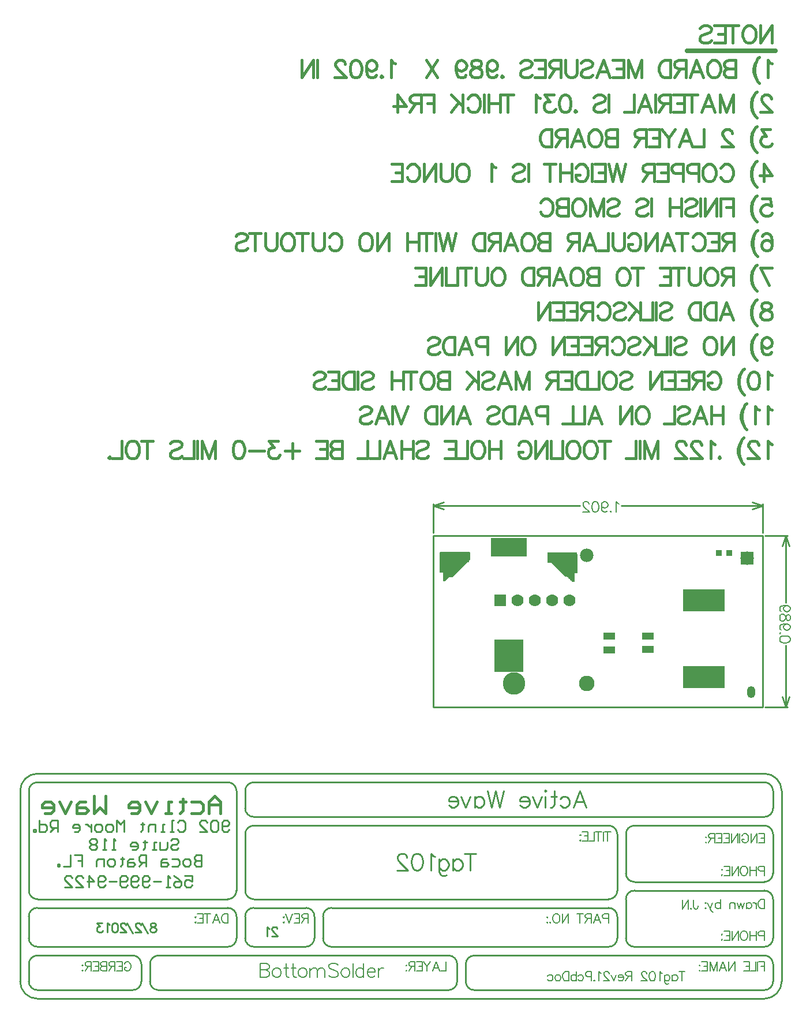
<source format=gbs>
%FSLAX25Y25*%
%MOIN*%
G70*
G01*
G75*
G04 Layer_Color=16711935*
%ADD10C,0.03000*%
%ADD11R,0.11024X0.05512*%
%ADD12R,0.03600X0.03600*%
%ADD13R,0.05000X0.03600*%
%ADD14R,0.02362X0.02362*%
%ADD15C,0.04000*%
%ADD16R,0.07400X0.04500*%
%ADD17R,0.03600X0.03600*%
%ADD18R,0.03600X0.05000*%
%ADD19R,0.02000X0.05000*%
%ADD20R,0.06299X0.05906*%
%ADD21R,0.02362X0.10000*%
%ADD22R,0.02362X0.09000*%
%ADD23R,0.07000X0.02362*%
%ADD24R,0.09000X0.02362*%
%ADD25O,0.02400X0.08000*%
%ADD26R,0.01378X0.03543*%
%ADD27R,0.01378X0.03543*%
%ADD28O,0.01600X0.06000*%
%ADD29O,0.01600X0.06000*%
%ADD30R,0.03000X0.03000*%
%ADD31R,0.03000X0.03000*%
%ADD32C,0.02500*%
%ADD33C,0.01000*%
%ADD34C,0.00800*%
%ADD35C,0.01500*%
%ADD36C,0.01228*%
%ADD37C,0.02000*%
%ADD38C,0.01200*%
%ADD39C,0.01400*%
%ADD40C,0.01600*%
%ADD41C,0.00600*%
%ADD42C,0.00900*%
%ADD43C,0.00500*%
%ADD44C,0.12200*%
%ADD45C,0.07000*%
%ADD46O,0.04000X0.06000*%
%ADD47C,0.06200*%
%ADD48R,0.06200X0.06200*%
%ADD49C,0.02800*%
%ADD50R,0.05700X0.03500*%
%ADD51R,0.07000X0.07000*%
%ADD52R,0.23622X0.11811*%
%ADD53R,0.16000X0.18000*%
%ADD54R,0.20000X0.10000*%
%ADD55C,0.02000*%
%ADD56C,0.03200*%
%ADD57C,0.00984*%
%ADD58C,0.03500*%
%ADD59R,0.05500X0.07800*%
%ADD60R,0.05500X0.08300*%
%ADD61R,0.03200X0.03600*%
%ADD62R,0.27300X0.01800*%
%ADD63R,0.11824X0.06312*%
%ADD64R,0.04400X0.04400*%
%ADD65R,0.05800X0.04400*%
%ADD66R,0.03162X0.03162*%
%ADD67C,0.04800*%
%ADD68R,0.08200X0.05300*%
%ADD69R,0.04400X0.04400*%
%ADD70R,0.04400X0.05800*%
%ADD71R,0.02800X0.05800*%
%ADD72R,0.07099X0.06706*%
%ADD73R,0.03162X0.10800*%
%ADD74R,0.03162X0.09800*%
%ADD75R,0.07800X0.03162*%
%ADD76R,0.09800X0.03162*%
%ADD77O,0.03200X0.08800*%
%ADD78R,0.01778X0.03943*%
%ADD79R,0.01778X0.03943*%
%ADD80O,0.02000X0.06400*%
%ADD81O,0.02000X0.06400*%
%ADD82R,0.03800X0.03800*%
%ADD83R,0.03800X0.03800*%
%ADD84C,0.13000*%
%ADD85C,0.07800*%
%ADD86C,0.09000*%
%ADD87O,0.04800X0.06800*%
%ADD88R,0.06500X0.04300*%
%ADD89R,0.07800X0.07800*%
%ADD90R,0.24422X0.12611*%
%ADD91R,0.16800X0.18800*%
%ADD92R,0.20800X0.10800*%
G36*
X41293Y-3400D02*
X42893D01*
Y-8500D01*
X43693D01*
X54693Y2500D01*
X57793D01*
Y7200D01*
X41293D01*
Y-3400D01*
D02*
G37*
G36*
X103293Y4100D02*
X113393Y-6000D01*
X117493D01*
Y-3100D01*
X120193D01*
Y8200D01*
X103293D01*
Y4100D01*
D02*
G37*
D32*
X234933Y297850D02*
X183933D01*
D33*
X37193Y19300D02*
Y36000D01*
X227393Y19300D02*
Y36000D01*
X121809Y35000D02*
X37193D01*
X227393D02*
X145976D01*
X43193Y37000D02*
X37193Y35000D01*
X43193Y33000D02*
X37193Y35000D01*
X227393D02*
X221393Y33000D01*
X227393Y35000D02*
X221393Y37000D01*
X241993Y17800D02*
X228893D01*
X241993Y-81100D02*
X228893D01*
X240993Y-20838D02*
Y17800D01*
Y-81100D02*
Y-45662D01*
X242993Y11800D02*
X240993Y17800D01*
X238993Y11800D01*
X240993Y-81100D02*
X238993Y-75100D01*
X242993D02*
X240993Y-81100D01*
X37193D02*
Y17800D01*
X227393D02*
X37193D01*
X227393Y-81100D02*
X37193D01*
X227393D02*
Y17800D01*
X61001Y-224618D02*
G03*
X56001Y-229618I0J-5000D01*
G01*
X56003Y-239650D02*
G03*
X60884Y-244618I4798J-167D01*
G01*
X51001Y-229618D02*
G03*
X46001Y-224618I-5000J0D01*
G01*
X46088Y-244617D02*
G03*
X51001Y-239618I-87J4999D01*
G01*
X-121499Y-224618D02*
G03*
X-126499Y-229618I0J-5000D01*
G01*
X-126497Y-239650D02*
G03*
X-121616Y-244618I4798J-167D01*
G01*
X-136485Y-244617D02*
G03*
X-131499Y-239718I85J4899D01*
G01*
Y-229618D02*
G03*
X-136499Y-224618I-5000J0D01*
G01*
X153401Y-149618D02*
G03*
X148501Y-154518I0J-4900D01*
G01*
Y-177318D02*
G03*
X153301Y-182118I4800J0D01*
G01*
X153572Y-187121D02*
G03*
X148501Y-192018I-171J-4897D01*
G01*
X138601Y-192118D02*
G03*
X143501Y-187218I0J4900D01*
G01*
X138601Y-219618D02*
G03*
X143501Y-214718I0J4900D01*
G01*
X148501D02*
G03*
X153401Y-219618I4900J0D01*
G01*
X-21599Y-197118D02*
G03*
X-26499Y-202018I0J-4900D01*
G01*
X-26499Y-214632D02*
G03*
X-21599Y-219618I4899J-85D01*
G01*
X-36510Y-219617D02*
G03*
X-31499Y-214518I-89J5099D01*
G01*
X-31506Y-202169D02*
G03*
X-36299Y-197118I-4793J251D01*
G01*
X143501Y-202118D02*
G03*
X138501Y-197118I-5000J0D01*
G01*
X143501Y-154618D02*
G03*
X138501Y-149618I-5000J0D01*
G01*
X228588Y-219617D02*
G03*
X233501Y-214618I-87J4999D01*
G01*
Y-192118D02*
G03*
X228501Y-187118I-5000J0D01*
G01*
Y-182118D02*
G03*
X233501Y-177118I0J5000D01*
G01*
Y-154618D02*
G03*
X228501Y-149618I-5000J0D01*
G01*
Y-144618D02*
G03*
X233501Y-139618I0J5000D01*
G01*
Y-129618D02*
G03*
X228501Y-124618I-5000J0D01*
G01*
X-66499D02*
G03*
X-71499Y-129618I0J-5000D01*
G01*
X-76499D02*
G03*
X-81499Y-124618I-5000J0D01*
G01*
X-71499Y-139618D02*
G03*
X-66499Y-144618I5000J0D01*
G01*
Y-149618D02*
G03*
X-71499Y-154618I0J-5000D01*
G01*
X233501Y-229618D02*
G03*
X228501Y-224618I-5000J0D01*
G01*
X-71500Y-187118D02*
G03*
X-66587Y-192118I5001J0D01*
G01*
X228588Y-244617D02*
G03*
X233501Y-239618I-87J4999D01*
G01*
X-66599Y-197118D02*
G03*
X-71499Y-202018I0J-4900D01*
G01*
X-81485Y-219617D02*
G03*
X-76499Y-214718I85J4899D01*
G01*
X-71499Y-214618D02*
G03*
X-66499Y-219618I5000J0D01*
G01*
X-196499Y-239618D02*
G03*
X-191499Y-244618I5000J0D01*
G01*
Y-224617D02*
G03*
X-196500Y-229530I0J-5001D01*
G01*
X-196499Y-214618D02*
G03*
X-191499Y-219618I5000J0D01*
G01*
X-191428Y-124621D02*
G03*
X-196499Y-129518I-171J-4897D01*
G01*
X-191499Y-119618D02*
G03*
X-201499Y-129618I0J-10000D01*
G01*
Y-239618D02*
G03*
X-191499Y-249618I10000J0D01*
G01*
X228577Y-249616D02*
G03*
X238501Y-239518I-176J10098D01*
G01*
Y-129618D02*
G03*
X228501Y-119618I-10000J0D01*
G01*
X-81499Y-192118D02*
G03*
X-76499Y-187118I0J5000D01*
G01*
X-196499D02*
G03*
X-191499Y-192118I5000J0D01*
G01*
X-76499Y-202118D02*
G03*
X-81499Y-197118I-5000J0D01*
G01*
X-191599D02*
G03*
X-196499Y-202018I0J-4900D01*
G01*
X46001Y-244618D02*
X-121499D01*
X228501D02*
X61001D01*
X228501Y-224618D02*
X61001D01*
X46001D02*
X-121499D01*
X-136499Y-244618D02*
X-191499D01*
X-136499Y-224618D02*
X-191499D01*
X228501Y-124618D02*
X-66499D01*
X228501Y-249618D02*
X-191499D01*
X228501Y-119618D02*
X-191499D01*
X228501Y-219618D02*
X153501D01*
X228501Y-187118D02*
X153501D01*
X228501Y-182118D02*
X153501D01*
X228501Y-149618D02*
X153501D01*
X228501Y-144618D02*
X-66499D01*
X138501Y-149618D02*
X-66499D01*
X138501Y-197118D02*
X-21499D01*
X138501Y-219618D02*
X-21499D01*
X-36499D02*
X-66499D01*
X-36499Y-197118D02*
X-66499D01*
X-81499Y-219618D02*
X-191499D01*
X-81499Y-124618D02*
X-191499D01*
X138501Y-192118D02*
X-66499D01*
X-81499D02*
X-191499D01*
X-81499Y-197118D02*
X-191499D01*
X56001Y-239618D02*
Y-229618D01*
X51001Y-239618D02*
Y-229618D01*
X-126499Y-239618D02*
Y-229618D01*
X-131499Y-239618D02*
Y-229618D01*
X-201499Y-239618D02*
Y-129618D01*
X233501Y-214618D02*
Y-192118D01*
X148501Y-214618D02*
Y-192118D01*
X233501Y-177118D02*
Y-154618D01*
X148501Y-177118D02*
Y-154618D01*
X233501Y-139618D02*
Y-129618D01*
X-71499Y-139618D02*
Y-129618D01*
Y-187118D02*
Y-154618D01*
X143501Y-187118D02*
Y-154618D01*
X-26499Y-214618D02*
Y-202118D01*
X143501Y-214618D02*
Y-202118D01*
X-31499Y-214618D02*
Y-202118D01*
X-71499Y-214618D02*
Y-202118D01*
X-196499Y-239618D02*
Y-229618D01*
X233501Y-239618D02*
Y-229618D01*
X238501Y-239618D02*
Y-129618D01*
X-76499Y-187118D02*
Y-129618D01*
X-196499Y-187118D02*
Y-129618D01*
X-76499Y-214618D02*
Y-202118D01*
X-196499Y-214618D02*
Y-202018D01*
X-96660Y-166692D02*
Y-173090D01*
X-99859D01*
X-100925Y-172023D01*
Y-170957D01*
X-99859Y-169891D01*
X-96660D01*
X-99859D01*
X-100925Y-168825D01*
Y-167758D01*
X-99859Y-166692D01*
X-96660D01*
X-104124Y-173090D02*
X-106256D01*
X-107323Y-172023D01*
Y-169891D01*
X-106256Y-168825D01*
X-104124D01*
X-103058Y-169891D01*
Y-172023D01*
X-104124Y-173090D01*
X-113721Y-168825D02*
X-110522D01*
X-109456Y-169891D01*
Y-172023D01*
X-110522Y-173090D01*
X-113721D01*
X-116920Y-168825D02*
X-119052D01*
X-120119Y-169891D01*
Y-173090D01*
X-116920D01*
X-115853Y-172023D01*
X-116920Y-170957D01*
X-120119D01*
X-128649Y-173090D02*
Y-166692D01*
X-131848D01*
X-132914Y-167758D01*
Y-169891D01*
X-131848Y-170957D01*
X-128649D01*
X-130782D02*
X-132914Y-173090D01*
X-136114Y-168825D02*
X-138246D01*
X-139313Y-169891D01*
Y-173090D01*
X-136114D01*
X-135047Y-172023D01*
X-136114Y-170957D01*
X-139313D01*
X-142511Y-167758D02*
Y-168825D01*
X-141445D01*
X-143578D01*
X-142511D01*
Y-172023D01*
X-143578Y-173090D01*
X-147843D02*
X-149976D01*
X-151042Y-172023D01*
Y-169891D01*
X-149976Y-168825D01*
X-147843D01*
X-146777Y-169891D01*
Y-172023D01*
X-147843Y-173090D01*
X-153175D02*
Y-168825D01*
X-156374D01*
X-157440Y-169891D01*
Y-173090D01*
X-170236Y-166692D02*
X-165971D01*
Y-169891D01*
X-168103D01*
X-165971D01*
Y-173090D01*
X-172368Y-166692D02*
Y-173090D01*
X-176634D01*
X-178766D02*
Y-172023D01*
X-179833D01*
Y-173090D01*
X-178766D01*
X-80660Y-152023D02*
X-81726Y-153090D01*
X-83859D01*
X-84925Y-152023D01*
Y-147758D01*
X-83859Y-146692D01*
X-81726D01*
X-80660Y-147758D01*
Y-148825D01*
X-81726Y-149891D01*
X-84925D01*
X-87058Y-147758D02*
X-88124Y-146692D01*
X-90257D01*
X-91323Y-147758D01*
Y-152023D01*
X-90257Y-153090D01*
X-88124D01*
X-87058Y-152023D01*
Y-147758D01*
X-97721Y-153090D02*
X-93455D01*
X-97721Y-148825D01*
Y-147758D01*
X-96654Y-146692D01*
X-94522D01*
X-93455Y-147758D01*
X-110517D02*
X-109450Y-146692D01*
X-107318D01*
X-106251Y-147758D01*
Y-152023D01*
X-107318Y-153090D01*
X-109450D01*
X-110517Y-152023D01*
X-112649Y-153090D02*
X-114782D01*
X-113716D01*
Y-146692D01*
X-112649D01*
X-117981Y-153090D02*
X-120114D01*
X-119047D01*
Y-148825D01*
X-117981D01*
X-123312Y-153090D02*
Y-148825D01*
X-126511D01*
X-127578Y-149891D01*
Y-153090D01*
X-130777Y-147758D02*
Y-148825D01*
X-129710D01*
X-131843D01*
X-130777D01*
Y-152023D01*
X-131843Y-153090D01*
X-141440D02*
Y-146692D01*
X-143573Y-148825D01*
X-145705Y-146692D01*
Y-153090D01*
X-148904D02*
X-151037D01*
X-152103Y-152023D01*
Y-149891D01*
X-151037Y-148825D01*
X-148904D01*
X-147838Y-149891D01*
Y-152023D01*
X-148904Y-153090D01*
X-155302D02*
X-157435D01*
X-158501Y-152023D01*
Y-149891D01*
X-157435Y-148825D01*
X-155302D01*
X-154236Y-149891D01*
Y-152023D01*
X-155302Y-153090D01*
X-160634Y-148825D02*
Y-153090D01*
Y-150957D01*
X-161700Y-149891D01*
X-162766Y-148825D01*
X-163833D01*
X-170231Y-153090D02*
X-168098D01*
X-167032Y-152023D01*
Y-149891D01*
X-168098Y-148825D01*
X-170231D01*
X-171297Y-149891D01*
Y-150957D01*
X-167032D01*
X-179827Y-153090D02*
Y-146692D01*
X-183027D01*
X-184093Y-147758D01*
Y-149891D01*
X-183027Y-150957D01*
X-179827D01*
X-181960D02*
X-184093Y-153090D01*
X-190491Y-146692D02*
Y-153090D01*
X-187292D01*
X-186225Y-152023D01*
Y-149891D01*
X-187292Y-148825D01*
X-190491D01*
X-192623Y-153090D02*
Y-152023D01*
X-193690D01*
Y-153090D01*
X-192623D01*
X-106425Y-178692D02*
X-102160D01*
Y-181891D01*
X-104292Y-180824D01*
X-105359D01*
X-106425Y-181891D01*
Y-184023D01*
X-105359Y-185090D01*
X-103226D01*
X-102160Y-184023D01*
X-112823Y-178692D02*
X-110690Y-179758D01*
X-108557Y-181891D01*
Y-184023D01*
X-109624Y-185090D01*
X-111757D01*
X-112823Y-184023D01*
Y-182957D01*
X-111757Y-181891D01*
X-108557D01*
X-114955Y-185090D02*
X-117088D01*
X-116022D01*
Y-178692D01*
X-114955Y-179758D01*
X-120287Y-181891D02*
X-124552D01*
X-126685Y-184023D02*
X-127751Y-185090D01*
X-129884D01*
X-130950Y-184023D01*
Y-179758D01*
X-129884Y-178692D01*
X-127751D01*
X-126685Y-179758D01*
Y-180824D01*
X-127751Y-181891D01*
X-130950D01*
X-133083Y-184023D02*
X-134149Y-185090D01*
X-136282D01*
X-137348Y-184023D01*
Y-179758D01*
X-136282Y-178692D01*
X-134149D01*
X-133083Y-179758D01*
Y-180824D01*
X-134149Y-181891D01*
X-137348D01*
X-139481Y-184023D02*
X-140547Y-185090D01*
X-142680D01*
X-143746Y-184023D01*
Y-179758D01*
X-142680Y-178692D01*
X-140547D01*
X-139481Y-179758D01*
Y-180824D01*
X-140547Y-181891D01*
X-143746D01*
X-145879D02*
X-150144D01*
X-152277Y-184023D02*
X-153343Y-185090D01*
X-155476D01*
X-156542Y-184023D01*
Y-179758D01*
X-155476Y-178692D01*
X-153343D01*
X-152277Y-179758D01*
Y-180824D01*
X-153343Y-181891D01*
X-156542D01*
X-161874Y-185090D02*
Y-178692D01*
X-158675Y-181891D01*
X-162940D01*
X-169338Y-185090D02*
X-165073D01*
X-169338Y-180824D01*
Y-179758D01*
X-168272Y-178692D01*
X-166139D01*
X-165073Y-179758D01*
X-175736Y-185090D02*
X-171470D01*
X-175736Y-180824D01*
Y-179758D01*
X-174670Y-178692D01*
X-172537D01*
X-171470Y-179758D01*
X-114425Y-158258D02*
X-113359Y-157192D01*
X-111226D01*
X-110160Y-158258D01*
Y-159325D01*
X-111226Y-160391D01*
X-113359D01*
X-114425Y-161457D01*
Y-162523D01*
X-113359Y-163590D01*
X-111226D01*
X-110160Y-162523D01*
X-116558Y-159325D02*
Y-162523D01*
X-117624Y-163590D01*
X-120823D01*
Y-159325D01*
X-122956Y-163590D02*
X-125088D01*
X-124022D01*
Y-159325D01*
X-122956D01*
X-129353Y-158258D02*
Y-159325D01*
X-128287D01*
X-130420D01*
X-129353D01*
Y-162523D01*
X-130420Y-163590D01*
X-136818D02*
X-134685D01*
X-133619Y-162523D01*
Y-160391D01*
X-134685Y-159325D01*
X-136818D01*
X-137884Y-160391D01*
Y-161457D01*
X-133619D01*
X-146414Y-163590D02*
X-148547D01*
X-147481D01*
Y-157192D01*
X-146414Y-158258D01*
X-151746Y-163590D02*
X-153879D01*
X-152813D01*
Y-157192D01*
X-151746Y-158258D01*
X-157078D02*
X-158144Y-157192D01*
X-160277D01*
X-161343Y-158258D01*
Y-159325D01*
X-160277Y-160391D01*
X-161343Y-161457D01*
Y-162523D01*
X-160277Y-163590D01*
X-158144D01*
X-157078Y-162523D01*
Y-161457D01*
X-158144Y-160391D01*
X-157078Y-159325D01*
Y-158258D01*
X-158144Y-160391D02*
X-160277D01*
D34*
X57693Y3700D02*
X41193D01*
X57193Y3200D02*
X41193D01*
X43593Y-3100D02*
Y8200D01*
X43093Y-3100D02*
Y8200D01*
X41593Y-3100D02*
Y8200D01*
X41193Y-3100D02*
Y8200D01*
X42593Y-3100D02*
Y8200D01*
X42093Y-3100D02*
Y8200D01*
X58093Y7200D02*
X41193D01*
X58093Y6700D02*
X41193D01*
X58093Y8200D02*
X41193D01*
X58093Y7700D02*
X41193D01*
X58093Y4700D02*
X41193D01*
X58093Y4200D02*
X41193D01*
X58093Y6200D02*
X41193D01*
X58093Y5200D02*
X41193D01*
X58093Y5700D02*
X41193D01*
X51193Y-2800D02*
X41193D01*
X43893Y-3100D02*
X41193D01*
X52193Y-1800D02*
X41193D01*
X51693Y-2300D02*
X41193D01*
X43893Y-6000D02*
Y-3100D01*
X47993Y-6000D02*
X43893D01*
X48693Y-5300D02*
X43893D01*
X48193Y-5800D02*
X43893D01*
X55693Y1700D02*
X41193D01*
X55193Y1200D02*
X41193D01*
X56693Y2700D02*
X41193D01*
X56193Y2200D02*
X41193D01*
X53193Y-800D02*
X41193D01*
X52693Y-1300D02*
X41193D01*
X54693Y700D02*
X41193D01*
X53693Y-300D02*
X41193D01*
X54193Y200D02*
X41193D01*
X46593Y-6000D02*
Y8200D01*
X46093Y-6000D02*
Y8200D01*
X47593Y-6000D02*
Y8200D01*
X47093Y-6000D02*
Y8200D01*
X44593Y-6000D02*
Y8200D01*
X44093Y-6000D02*
Y8200D01*
X45593Y-6000D02*
Y8200D01*
X45093Y-6000D02*
Y8200D01*
X51093Y-2900D02*
Y8200D01*
X50593Y-3400D02*
Y8200D01*
X56093Y2100D02*
Y8200D01*
X55593Y1600D02*
Y8200D01*
X48593Y-5400D02*
Y8200D01*
X48093Y-5900D02*
Y8200D01*
X50093Y-3900D02*
Y8200D01*
X49093Y-4900D02*
Y8200D01*
X49593Y-4400D02*
Y8200D01*
X52093Y-1900D02*
Y8200D01*
X51593Y-2400D02*
Y8200D01*
X53093Y-900D02*
Y8200D01*
X52593Y-1400D02*
Y8200D01*
X49693Y-4300D02*
X43893D01*
X49193Y-4800D02*
X43893D01*
X50693Y-3300D02*
X43893D01*
X50193Y-3800D02*
X43893D01*
X57093Y3100D02*
Y8200D01*
X56593Y2600D02*
Y8200D01*
X58093Y4100D02*
Y8200D01*
X57593Y3600D02*
Y8200D01*
X53593Y-400D02*
Y8200D01*
X58093Y4100D02*
X47993Y-6000D01*
X55093Y1100D02*
Y8200D01*
X54093Y100D02*
Y8200D01*
X54593Y600D02*
Y8200D01*
X103593Y2500D02*
Y7200D01*
Y2500D02*
Y7200D01*
X104593Y2500D02*
Y7200D01*
X104093Y2500D02*
Y7200D01*
X105593Y2500D02*
Y7200D01*
X105093Y2500D02*
Y7200D01*
X107093Y2100D02*
Y7200D01*
X106093Y2500D02*
Y7200D01*
X106593Y2500D02*
Y7200D01*
X120093D02*
X103593D01*
X120093Y6700D02*
X103593D01*
X108093Y1100D02*
Y7200D01*
X107593Y1600D02*
Y7200D01*
X109093Y100D02*
Y7200D01*
X108593Y600D02*
Y7200D01*
X110593Y-1400D02*
Y7200D01*
X109593Y-400D02*
Y7200D01*
X110093Y-900D02*
Y7200D01*
X120093Y4700D02*
X103593D01*
X120093Y4200D02*
X103593D01*
X120093Y6200D02*
X103593D01*
X120093Y5700D02*
X103593D01*
X120093Y3700D02*
X103593D01*
X120093Y3200D02*
X103593D01*
X120093Y2700D02*
X103593D01*
X106693Y2500D02*
X103593D01*
X117693Y-8500D02*
X106693Y2500D01*
X120093Y5200D02*
X103593D01*
X120093Y2200D02*
X106993D01*
X120093Y1700D02*
X107493D01*
X120093Y1200D02*
X107993D01*
X120093Y700D02*
X108493D01*
X120093Y200D02*
X108993D01*
X120093Y-300D02*
X109493D01*
X120093Y-1300D02*
X110493D01*
X120093Y-800D02*
X109993D01*
X112093Y-2900D02*
Y7200D01*
X111593Y-2400D02*
Y7200D01*
X113093Y-3900D02*
Y7200D01*
X112593Y-3400D02*
Y7200D01*
X114093Y-4900D02*
Y7200D01*
X113593Y-4400D02*
Y7200D01*
X115593Y-6400D02*
Y7200D01*
X114593Y-5400D02*
Y7200D01*
X115093Y-5900D02*
Y7200D01*
X119093Y-3400D02*
Y7200D01*
X118593Y-3400D02*
Y7200D01*
X120093Y-3400D02*
Y7200D01*
X119593Y-3400D02*
Y7200D01*
X116593Y-7400D02*
Y7200D01*
X116093Y-6900D02*
Y7200D01*
X118093Y-8500D02*
Y7200D01*
X117093Y-7900D02*
Y7200D01*
X117593Y-8400D02*
Y7200D01*
X111093Y-1900D02*
Y7200D01*
X118493Y-3800D02*
X112993D01*
X118493Y-4300D02*
X113493D01*
X118493Y-4800D02*
X113993D01*
X118493Y-5300D02*
X114493D01*
X118493Y-5800D02*
X114993D01*
X118493Y-8500D02*
Y-3400D01*
Y-8300D02*
X117493D01*
X118493Y-7800D02*
X116993D01*
X120093Y-1800D02*
X110993D01*
X120093Y-2300D02*
X111493D01*
X120093Y-2800D02*
X111993D01*
X120093Y-3300D02*
X112493D01*
X118493Y-6300D02*
X115493D01*
X118493Y-6800D02*
X115993D01*
X120093Y-3400D02*
X118493D01*
Y-8500D02*
X117693D01*
X118493Y-7300D02*
X116493D01*
X-62907Y-229202D02*
Y-237200D01*
Y-229202D02*
X-59479D01*
X-58337Y-229583D01*
X-57956Y-229963D01*
X-57575Y-230725D01*
Y-231487D01*
X-57956Y-232249D01*
X-58337Y-232630D01*
X-59479Y-233010D01*
X-62907D02*
X-59479D01*
X-58337Y-233391D01*
X-57956Y-233772D01*
X-57575Y-234534D01*
Y-235677D01*
X-57956Y-236438D01*
X-58337Y-236819D01*
X-59479Y-237200D01*
X-62907D01*
X-53881Y-231868D02*
X-54642Y-232249D01*
X-55404Y-233010D01*
X-55785Y-234153D01*
Y-234915D01*
X-55404Y-236057D01*
X-54642Y-236819D01*
X-53881Y-237200D01*
X-52738D01*
X-51976Y-236819D01*
X-51215Y-236057D01*
X-50834Y-234915D01*
Y-234153D01*
X-51215Y-233010D01*
X-51976Y-232249D01*
X-52738Y-231868D01*
X-53881D01*
X-47939Y-229202D02*
Y-235677D01*
X-47558Y-236819D01*
X-46797Y-237200D01*
X-46035D01*
X-49082Y-231868D02*
X-46416D01*
X-43750Y-229202D02*
Y-235677D01*
X-43369Y-236819D01*
X-42607Y-237200D01*
X-41845D01*
X-44892Y-231868D02*
X-42226D01*
X-38798D02*
X-39560Y-232249D01*
X-40322Y-233010D01*
X-40703Y-234153D01*
Y-234915D01*
X-40322Y-236057D01*
X-39560Y-236819D01*
X-38798Y-237200D01*
X-37656D01*
X-36894Y-236819D01*
X-36132Y-236057D01*
X-35751Y-234915D01*
Y-234153D01*
X-36132Y-233010D01*
X-36894Y-232249D01*
X-37656Y-231868D01*
X-38798D01*
X-33999D02*
Y-237200D01*
Y-233391D02*
X-32857Y-232249D01*
X-32095Y-231868D01*
X-30952D01*
X-30191Y-232249D01*
X-29810Y-233391D01*
Y-237200D01*
Y-233391D02*
X-28667Y-232249D01*
X-27905Y-231868D01*
X-26763D01*
X-26001Y-232249D01*
X-25620Y-233391D01*
Y-237200D01*
X-17774Y-230344D02*
X-18536Y-229583D01*
X-19679Y-229202D01*
X-21202D01*
X-22345Y-229583D01*
X-23106Y-230344D01*
Y-231106D01*
X-22726Y-231868D01*
X-22345Y-232249D01*
X-21583Y-232630D01*
X-19298Y-233391D01*
X-18536Y-233772D01*
X-18155Y-234153D01*
X-17774Y-234915D01*
Y-236057D01*
X-18536Y-236819D01*
X-19679Y-237200D01*
X-21202D01*
X-22345Y-236819D01*
X-23106Y-236057D01*
X-14080Y-231868D02*
X-14841Y-232249D01*
X-15603Y-233010D01*
X-15984Y-234153D01*
Y-234915D01*
X-15603Y-236057D01*
X-14841Y-236819D01*
X-14080Y-237200D01*
X-12937D01*
X-12175Y-236819D01*
X-11414Y-236057D01*
X-11033Y-234915D01*
Y-234153D01*
X-11414Y-233010D01*
X-12175Y-232249D01*
X-12937Y-231868D01*
X-14080D01*
X-9281Y-229202D02*
Y-237200D01*
X-3035Y-229202D02*
Y-237200D01*
Y-233010D02*
X-3796Y-232249D01*
X-4558Y-231868D01*
X-5701D01*
X-6462Y-232249D01*
X-7224Y-233010D01*
X-7605Y-234153D01*
Y-234915D01*
X-7224Y-236057D01*
X-6462Y-236819D01*
X-5701Y-237200D01*
X-4558D01*
X-3796Y-236819D01*
X-3035Y-236057D01*
X-902Y-234153D02*
X3669D01*
Y-233391D01*
X3288Y-232630D01*
X2907Y-232249D01*
X2145Y-231868D01*
X1003D01*
X241Y-232249D01*
X-521Y-233010D01*
X-902Y-234153D01*
Y-234915D01*
X-521Y-236057D01*
X241Y-236819D01*
X1003Y-237200D01*
X2145D01*
X2907Y-236819D01*
X3669Y-236057D01*
X5383Y-231868D02*
Y-237200D01*
Y-234153D02*
X5764Y-233010D01*
X6525Y-232249D01*
X7287Y-231868D01*
X8430D01*
X187665Y-192391D02*
Y-196454D01*
X187919Y-197215D01*
X188173Y-197469D01*
X188681Y-197723D01*
X189189D01*
X189696Y-197469D01*
X189950Y-197215D01*
X190204Y-196454D01*
Y-195946D01*
X186040Y-197215D02*
X186294Y-197469D01*
X186040Y-197723D01*
X185786Y-197469D01*
X186040Y-197215D01*
X184618Y-192391D02*
Y-197723D01*
Y-192391D02*
X181063Y-197723D01*
Y-192391D02*
Y-197723D01*
D35*
X-85660Y-142590D02*
Y-135925D01*
X-88992Y-132593D01*
X-92324Y-135925D01*
Y-142590D01*
Y-137591D01*
X-85660D01*
X-102321Y-135925D02*
X-97322D01*
X-95656Y-137591D01*
Y-140924D01*
X-97322Y-142590D01*
X-102321D01*
X-107319Y-134259D02*
Y-135925D01*
X-105653D01*
X-108985D01*
X-107319D01*
Y-140924D01*
X-108985Y-142590D01*
X-113984D02*
X-117316D01*
X-115650D01*
Y-135925D01*
X-113984D01*
X-122314D02*
X-125647Y-142590D01*
X-128979Y-135925D01*
X-137310Y-142590D02*
X-133977D01*
X-132311Y-140924D01*
Y-137591D01*
X-133977Y-135925D01*
X-137310D01*
X-138976Y-137591D01*
Y-139258D01*
X-132311D01*
X-152305Y-132593D02*
Y-142590D01*
X-155637Y-139258D01*
X-158969Y-142590D01*
Y-132593D01*
X-163968Y-135925D02*
X-167300D01*
X-168966Y-137591D01*
Y-142590D01*
X-163968D01*
X-162302Y-140924D01*
X-163968Y-139258D01*
X-168966D01*
X-172298Y-135925D02*
X-175630Y-142590D01*
X-178963Y-135925D01*
X-187293Y-142590D02*
X-183961D01*
X-182295Y-140924D01*
Y-137591D01*
X-183961Y-135925D01*
X-187293D01*
X-188960Y-137591D01*
Y-139258D01*
X-182295D01*
X232933Y290443D02*
X231981Y290920D01*
X230553Y292348D01*
Y282350D01*
X225601Y294252D02*
X224649Y293300D01*
X223697Y291872D01*
X222745Y289967D01*
X222269Y287587D01*
Y285683D01*
X222745Y283302D01*
X223697Y281398D01*
X224649Y279970D01*
X225601Y279017D01*
X224649Y293300D02*
X223697Y291396D01*
X223221Y289967D01*
X222745Y287587D01*
Y285683D01*
X223221Y283302D01*
X223697Y281874D01*
X224649Y279970D01*
X211985Y292348D02*
Y282350D01*
Y292348D02*
X207700D01*
X206272Y291872D01*
X205796Y291396D01*
X205320Y290443D01*
Y289491D01*
X205796Y288539D01*
X206272Y288063D01*
X207700Y287587D01*
X211985D02*
X207700D01*
X206272Y287111D01*
X205796Y286635D01*
X205320Y285683D01*
Y284254D01*
X205796Y283302D01*
X206272Y282826D01*
X207700Y282350D01*
X211985D01*
X200226Y292348D02*
X201178Y291872D01*
X202130Y290920D01*
X202606Y289967D01*
X203082Y288539D01*
Y286159D01*
X202606Y284730D01*
X202130Y283778D01*
X201178Y282826D01*
X200226Y282350D01*
X198321D01*
X197369Y282826D01*
X196417Y283778D01*
X195941Y284730D01*
X195465Y286159D01*
Y288539D01*
X195941Y289967D01*
X196417Y290920D01*
X197369Y291872D01*
X198321Y292348D01*
X200226D01*
X185515Y282350D02*
X189323Y292348D01*
X193132Y282350D01*
X191704Y285683D02*
X186943D01*
X183182Y292348D02*
Y282350D01*
Y292348D02*
X178897D01*
X177469Y291872D01*
X176993Y291396D01*
X176517Y290443D01*
Y289491D01*
X176993Y288539D01*
X177469Y288063D01*
X178897Y287587D01*
X183182D01*
X179849D02*
X176517Y282350D01*
X174279Y292348D02*
Y282350D01*
Y292348D02*
X170946D01*
X169518Y291872D01*
X168566Y290920D01*
X168090Y289967D01*
X167614Y288539D01*
Y286159D01*
X168090Y284730D01*
X168566Y283778D01*
X169518Y282826D01*
X170946Y282350D01*
X174279D01*
X157521Y292348D02*
Y282350D01*
Y292348D02*
X153712Y282350D01*
X149903Y292348D02*
X153712Y282350D01*
X149903Y292348D02*
Y282350D01*
X140858Y292348D02*
X147047D01*
Y282350D01*
X140858D01*
X147047Y287587D02*
X143238D01*
X131574Y282350D02*
X135382Y292348D01*
X139191Y282350D01*
X137763Y285683D02*
X133002D01*
X122576Y290920D02*
X123528Y291872D01*
X124956Y292348D01*
X126860D01*
X128289Y291872D01*
X129241Y290920D01*
Y289967D01*
X128765Y289015D01*
X128289Y288539D01*
X127337Y288063D01*
X124480Y287111D01*
X123528Y286635D01*
X123052Y286159D01*
X122576Y285207D01*
Y283778D01*
X123528Y282826D01*
X124956Y282350D01*
X126860D01*
X128289Y282826D01*
X129241Y283778D01*
X120338Y292348D02*
Y285207D01*
X119862Y283778D01*
X118910Y282826D01*
X117482Y282350D01*
X116529D01*
X115101Y282826D01*
X114149Y283778D01*
X113673Y285207D01*
Y292348D01*
X110912D02*
Y282350D01*
Y292348D02*
X106627D01*
X105199Y291872D01*
X104722Y291396D01*
X104246Y290443D01*
Y289491D01*
X104722Y288539D01*
X105199Y288063D01*
X106627Y287587D01*
X110912D01*
X107579D02*
X104246Y282350D01*
X95820Y292348D02*
X102009D01*
Y282350D01*
X95820D01*
X102009Y287587D02*
X98200D01*
X87488Y290920D02*
X88440Y291872D01*
X89868Y292348D01*
X91773D01*
X93201Y291872D01*
X94153Y290920D01*
Y289967D01*
X93677Y289015D01*
X93201Y288539D01*
X92249Y288063D01*
X89392Y287111D01*
X88440Y286635D01*
X87964Y286159D01*
X87488Y285207D01*
Y283778D01*
X88440Y282826D01*
X89868Y282350D01*
X91773D01*
X93201Y282826D01*
X94153Y283778D01*
X76919Y283302D02*
X77395Y282826D01*
X76919Y282350D01*
X76443Y282826D01*
X76919Y283302D01*
X68064Y289015D02*
X68540Y287587D01*
X69492Y286635D01*
X70920Y286159D01*
X71396D01*
X72825Y286635D01*
X73777Y287587D01*
X74253Y289015D01*
Y289491D01*
X73777Y290920D01*
X72825Y291872D01*
X71396Y292348D01*
X70920D01*
X69492Y291872D01*
X68540Y290920D01*
X68064Y289015D01*
Y286635D01*
X68540Y284254D01*
X69492Y282826D01*
X70920Y282350D01*
X71872D01*
X73301Y282826D01*
X73777Y283778D01*
X62969Y292348D02*
X64398Y291872D01*
X64874Y290920D01*
Y289967D01*
X64398Y289015D01*
X63446Y288539D01*
X61541Y288063D01*
X60113Y287587D01*
X59161Y286635D01*
X58685Y285683D01*
Y284254D01*
X59161Y283302D01*
X59637Y282826D01*
X61065Y282350D01*
X62969D01*
X64398Y282826D01*
X64874Y283302D01*
X65350Y284254D01*
Y285683D01*
X64874Y286635D01*
X63922Y287587D01*
X62493Y288063D01*
X60589Y288539D01*
X59637Y289015D01*
X59161Y289967D01*
Y290920D01*
X59637Y291872D01*
X61065Y292348D01*
X62969D01*
X50258Y289015D02*
X50734Y287587D01*
X51686Y286635D01*
X53114Y286159D01*
X53591D01*
X55019Y286635D01*
X55971Y287587D01*
X56447Y289015D01*
Y289491D01*
X55971Y290920D01*
X55019Y291872D01*
X53591Y292348D01*
X53114D01*
X51686Y291872D01*
X50734Y290920D01*
X50258Y289015D01*
Y286635D01*
X50734Y284254D01*
X51686Y282826D01*
X53114Y282350D01*
X54067D01*
X55495Y282826D01*
X55971Y283778D01*
X39689Y292348D02*
X33024Y282350D01*
Y292348D02*
X39689Y282350D01*
X15075Y290443D02*
X14123Y290920D01*
X12695Y292348D01*
Y282350D01*
X7267Y283302D02*
X7743Y282826D01*
X7267Y282350D01*
X6791Y282826D01*
X7267Y283302D01*
X-1588Y289015D02*
X-1112Y287587D01*
X-160Y286635D01*
X1268Y286159D01*
X1744D01*
X3173Y286635D01*
X4125Y287587D01*
X4601Y289015D01*
Y289491D01*
X4125Y290920D01*
X3173Y291872D01*
X1744Y292348D01*
X1268D01*
X-160Y291872D01*
X-1112Y290920D01*
X-1588Y289015D01*
Y286635D01*
X-1112Y284254D01*
X-160Y282826D01*
X1268Y282350D01*
X2221D01*
X3649Y282826D01*
X4125Y283778D01*
X-7158Y292348D02*
X-5730Y291872D01*
X-4778Y290443D01*
X-4302Y288063D01*
Y286635D01*
X-4778Y284254D01*
X-5730Y282826D01*
X-7158Y282350D01*
X-8111D01*
X-9539Y282826D01*
X-10491Y284254D01*
X-10967Y286635D01*
Y288063D01*
X-10491Y290443D01*
X-9539Y291872D01*
X-8111Y292348D01*
X-7158D01*
X-13681Y289967D02*
Y290443D01*
X-14157Y291396D01*
X-14633Y291872D01*
X-15585Y292348D01*
X-17489D01*
X-18442Y291872D01*
X-18918Y291396D01*
X-19394Y290443D01*
Y289491D01*
X-18918Y288539D01*
X-17966Y287111D01*
X-13205Y282350D01*
X-19870D01*
X-29963Y292348D02*
Y282350D01*
X-32058Y292348D02*
Y282350D01*
Y292348D02*
X-38723Y282350D01*
Y292348D02*
Y282350D01*
X232933Y312348D02*
Y302350D01*
Y312348D02*
X226268Y302350D01*
Y312348D02*
Y302350D01*
X220650Y312348D02*
X221602Y311872D01*
X222554Y310920D01*
X223030Y309967D01*
X223506Y308539D01*
Y306159D01*
X223030Y304730D01*
X222554Y303778D01*
X221602Y302826D01*
X220650Y302350D01*
X218746D01*
X217793Y302826D01*
X216841Y303778D01*
X216365Y304730D01*
X215889Y306159D01*
Y308539D01*
X216365Y309967D01*
X216841Y310920D01*
X217793Y311872D01*
X218746Y312348D01*
X220650D01*
X210224D02*
Y302350D01*
X213556Y312348D02*
X206891D01*
X199512D02*
X205701D01*
Y302350D01*
X199512D01*
X205701Y307587D02*
X201892D01*
X191180Y310920D02*
X192132Y311872D01*
X193561Y312348D01*
X195465D01*
X196893Y311872D01*
X197845Y310920D01*
Y309967D01*
X197369Y309015D01*
X196893Y308539D01*
X195941Y308063D01*
X193084Y307111D01*
X192132Y306635D01*
X191656Y306159D01*
X191180Y305206D01*
Y303778D01*
X192132Y302826D01*
X193561Y302350D01*
X195465D01*
X196893Y302826D01*
X197845Y303778D01*
X232933Y110443D02*
X231981Y110920D01*
X230553Y112348D01*
Y102350D01*
X222745Y112348D02*
X224173Y111872D01*
X225125Y110443D01*
X225601Y108063D01*
Y106635D01*
X225125Y104254D01*
X224173Y102826D01*
X222745Y102350D01*
X221793D01*
X220364Y102826D01*
X219412Y104254D01*
X218936Y106635D01*
Y108063D01*
X219412Y110443D01*
X220364Y111872D01*
X221793Y112348D01*
X222745D01*
X216698Y114252D02*
X215746Y113300D01*
X214794Y111872D01*
X213842Y109967D01*
X213366Y107587D01*
Y105683D01*
X213842Y103302D01*
X214794Y101398D01*
X215746Y99970D01*
X216698Y99017D01*
X215746Y113300D02*
X214794Y111396D01*
X214318Y109967D01*
X213842Y107587D01*
Y105683D01*
X214318Y103302D01*
X214794Y101874D01*
X215746Y99970D01*
X195941Y109967D02*
X196417Y110920D01*
X197369Y111872D01*
X198321Y112348D01*
X200226D01*
X201178Y111872D01*
X202130Y110920D01*
X202606Y109967D01*
X203082Y108539D01*
Y106159D01*
X202606Y104730D01*
X202130Y103778D01*
X201178Y102826D01*
X200226Y102350D01*
X198321D01*
X197369Y102826D01*
X196417Y103778D01*
X195941Y104730D01*
Y106159D01*
X198321D02*
X195941D01*
X193656Y112348D02*
Y102350D01*
Y112348D02*
X189371D01*
X187943Y111872D01*
X187467Y111396D01*
X186990Y110443D01*
Y109491D01*
X187467Y108539D01*
X187943Y108063D01*
X189371Y107587D01*
X193656D01*
X190323D02*
X186990Y102350D01*
X178564Y112348D02*
X184753D01*
Y102350D01*
X178564D01*
X184753Y107587D02*
X180944D01*
X170708Y112348D02*
X176897D01*
Y102350D01*
X170708D01*
X176897Y107587D02*
X173089D01*
X169042Y112348D02*
Y102350D01*
Y112348D02*
X162377Y102350D01*
Y112348D02*
Y102350D01*
X145095Y110920D02*
X146047Y111872D01*
X147475Y112348D01*
X149380D01*
X150808Y111872D01*
X151760Y110920D01*
Y109967D01*
X151284Y109015D01*
X150808Y108539D01*
X149856Y108063D01*
X146999Y107111D01*
X146047Y106635D01*
X145571Y106159D01*
X145095Y105207D01*
Y103778D01*
X146047Y102826D01*
X147475Y102350D01*
X149380D01*
X150808Y102826D01*
X151760Y103778D01*
X140001Y112348D02*
X140953Y111872D01*
X141905Y110920D01*
X142381Y109967D01*
X142857Y108539D01*
Y106159D01*
X142381Y104730D01*
X141905Y103778D01*
X140953Y102826D01*
X140001Y102350D01*
X138096D01*
X137144Y102826D01*
X136192Y103778D01*
X135716Y104730D01*
X135240Y106159D01*
Y108539D01*
X135716Y109967D01*
X136192Y110920D01*
X137144Y111872D01*
X138096Y112348D01*
X140001D01*
X132907D02*
Y102350D01*
X127194D01*
X126099Y112348D02*
Y102350D01*
Y112348D02*
X122766D01*
X121338Y111872D01*
X120386Y110920D01*
X119910Y109967D01*
X119434Y108539D01*
Y106159D01*
X119910Y104730D01*
X120386Y103778D01*
X121338Y102826D01*
X122766Y102350D01*
X126099D01*
X111007Y112348D02*
X117196D01*
Y102350D01*
X111007D01*
X117196Y107587D02*
X113387D01*
X109341Y112348D02*
Y102350D01*
Y112348D02*
X105056D01*
X103627Y111872D01*
X103151Y111396D01*
X102675Y110443D01*
Y109491D01*
X103151Y108539D01*
X103627Y108063D01*
X105056Y107587D01*
X109341D01*
X106008D02*
X102675Y102350D01*
X92582Y112348D02*
Y102350D01*
Y112348D02*
X88774Y102350D01*
X84965Y112348D02*
X88774Y102350D01*
X84965Y112348D02*
Y102350D01*
X74491D02*
X78299Y112348D01*
X82108Y102350D01*
X80680Y105683D02*
X75919D01*
X65493Y110920D02*
X66445Y111872D01*
X67873Y112348D01*
X69778D01*
X71206Y111872D01*
X72158Y110920D01*
Y109967D01*
X71682Y109015D01*
X71206Y108539D01*
X70254Y108063D01*
X67397Y107111D01*
X66445Y106635D01*
X65969Y106159D01*
X65493Y105207D01*
Y103778D01*
X66445Y102826D01*
X67873Y102350D01*
X69778D01*
X71206Y102826D01*
X72158Y103778D01*
X63255Y112348D02*
Y102350D01*
X56590Y112348D02*
X63255Y105683D01*
X60875Y108063D02*
X56590Y102350D01*
X46497Y112348D02*
Y102350D01*
Y112348D02*
X42212D01*
X40784Y111872D01*
X40308Y111396D01*
X39832Y110443D01*
Y109491D01*
X40308Y108539D01*
X40784Y108063D01*
X42212Y107587D01*
X46497D02*
X42212D01*
X40784Y107111D01*
X40308Y106635D01*
X39832Y105683D01*
Y104254D01*
X40308Y103302D01*
X40784Y102826D01*
X42212Y102350D01*
X46497D01*
X34737Y112348D02*
X35690Y111872D01*
X36642Y110920D01*
X37118Y109967D01*
X37594Y108539D01*
Y106159D01*
X37118Y104730D01*
X36642Y103778D01*
X35690Y102826D01*
X34737Y102350D01*
X32833D01*
X31881Y102826D01*
X30929Y103778D01*
X30453Y104730D01*
X29976Y106159D01*
Y108539D01*
X30453Y109967D01*
X30929Y110920D01*
X31881Y111872D01*
X32833Y112348D01*
X34737D01*
X24311D02*
Y102350D01*
X27644Y112348D02*
X20978D01*
X19788D02*
Y102350D01*
X13123Y112348D02*
Y102350D01*
X19788Y107587D02*
X13123D01*
X-4159Y110920D02*
X-3207Y111872D01*
X-1778Y112348D01*
X126D01*
X1554Y111872D01*
X2506Y110920D01*
Y109967D01*
X2030Y109015D01*
X1554Y108539D01*
X602Y108063D01*
X-2255Y107111D01*
X-3207Y106635D01*
X-3683Y106159D01*
X-4159Y105207D01*
Y103778D01*
X-3207Y102826D01*
X-1778Y102350D01*
X126D01*
X1554Y102826D01*
X2506Y103778D01*
X-6397Y112348D02*
Y102350D01*
X-8491Y112348D02*
Y102350D01*
Y112348D02*
X-11824D01*
X-13252Y111872D01*
X-14204Y110920D01*
X-14681Y109967D01*
X-15157Y108539D01*
Y106159D01*
X-14681Y104730D01*
X-14204Y103778D01*
X-13252Y102826D01*
X-11824Y102350D01*
X-8491D01*
X-23583Y112348D02*
X-17394D01*
Y102350D01*
X-23583D01*
X-17394Y107587D02*
X-21203D01*
X-31915Y110920D02*
X-30963Y111872D01*
X-29535Y112348D01*
X-27630D01*
X-26202Y111872D01*
X-25250Y110920D01*
Y109967D01*
X-25726Y109015D01*
X-26202Y108539D01*
X-27154Y108063D01*
X-30011Y107111D01*
X-30963Y106635D01*
X-31439Y106159D01*
X-31915Y105207D01*
Y103778D01*
X-30963Y102826D01*
X-29535Y102350D01*
X-27630D01*
X-26202Y102826D01*
X-25250Y103778D01*
X231981Y252348D02*
X226744D01*
X229600Y248539D01*
X228172D01*
X227220Y248063D01*
X226744Y247587D01*
X226268Y246159D01*
Y245206D01*
X226744Y243778D01*
X227696Y242826D01*
X229124Y242350D01*
X230553D01*
X231981Y242826D01*
X232457Y243302D01*
X232933Y244254D01*
X224030Y254252D02*
X223078Y253300D01*
X222126Y251872D01*
X221174Y249967D01*
X220697Y247587D01*
Y245683D01*
X221174Y243302D01*
X222126Y241398D01*
X223078Y239970D01*
X224030Y239017D01*
X223078Y253300D02*
X222126Y251396D01*
X221650Y249967D01*
X221174Y247587D01*
Y245683D01*
X221650Y243302D01*
X222126Y241874D01*
X223078Y239970D01*
X209938Y249967D02*
Y250444D01*
X209462Y251396D01*
X208986Y251872D01*
X208034Y252348D01*
X206129D01*
X205177Y251872D01*
X204701Y251396D01*
X204225Y250444D01*
Y249491D01*
X204701Y248539D01*
X205653Y247111D01*
X210414Y242350D01*
X203749D01*
X193656Y252348D02*
Y242350D01*
X187943D01*
X179230D02*
X183039Y252348D01*
X186848Y242350D01*
X185419Y245683D02*
X180658D01*
X176897Y252348D02*
X173089Y247587D01*
Y242350D01*
X169280Y252348D02*
X173089Y247587D01*
X161805Y252348D02*
X167994D01*
Y242350D01*
X161805D01*
X167994Y247587D02*
X164186D01*
X160139Y252348D02*
Y242350D01*
Y252348D02*
X155854D01*
X154426Y251872D01*
X153950Y251396D01*
X153474Y250444D01*
Y249491D01*
X153950Y248539D01*
X154426Y248063D01*
X155854Y247587D01*
X160139D01*
X156807D02*
X153474Y242350D01*
X143381Y252348D02*
Y242350D01*
Y252348D02*
X139096D01*
X137668Y251872D01*
X137192Y251396D01*
X136715Y250444D01*
Y249491D01*
X137192Y248539D01*
X137668Y248063D01*
X139096Y247587D01*
X143381D02*
X139096D01*
X137668Y247111D01*
X137192Y246635D01*
X136715Y245683D01*
Y244254D01*
X137192Y243302D01*
X137668Y242826D01*
X139096Y242350D01*
X143381D01*
X131621Y252348D02*
X132574Y251872D01*
X133526Y250920D01*
X134002Y249967D01*
X134478Y248539D01*
Y246159D01*
X134002Y244730D01*
X133526Y243778D01*
X132574Y242826D01*
X131621Y242350D01*
X129717D01*
X128765Y242826D01*
X127813Y243778D01*
X127337Y244730D01*
X126860Y246159D01*
Y248539D01*
X127337Y249967D01*
X127813Y250920D01*
X128765Y251872D01*
X129717Y252348D01*
X131621D01*
X116910Y242350D02*
X120719Y252348D01*
X124528Y242350D01*
X123099Y245683D02*
X118339D01*
X114577Y252348D02*
Y242350D01*
Y252348D02*
X110293D01*
X108864Y251872D01*
X108388Y251396D01*
X107912Y250444D01*
Y249491D01*
X108388Y248539D01*
X108864Y248063D01*
X110293Y247587D01*
X114577D01*
X111245D02*
X107912Y242350D01*
X105675Y252348D02*
Y242350D01*
Y252348D02*
X102342D01*
X100914Y251872D01*
X99962Y250920D01*
X99485Y249967D01*
X99009Y248539D01*
Y246159D01*
X99485Y244730D01*
X99962Y243778D01*
X100914Y242826D01*
X102342Y242350D01*
X105675D01*
X228172Y232348D02*
X232933Y225683D01*
X225792D01*
X228172Y232348D02*
Y222350D01*
X224030Y234252D02*
X223078Y233300D01*
X222126Y231872D01*
X221174Y229967D01*
X220698Y227587D01*
Y225683D01*
X221174Y223302D01*
X222126Y221398D01*
X223078Y219970D01*
X224030Y219017D01*
X223078Y233300D02*
X222126Y231396D01*
X221650Y229967D01*
X221174Y227587D01*
Y225683D01*
X221650Y223302D01*
X222126Y221874D01*
X223078Y219970D01*
X203273Y229967D02*
X203749Y230920D01*
X204701Y231872D01*
X205653Y232348D01*
X207558D01*
X208510Y231872D01*
X209462Y230920D01*
X209938Y229967D01*
X210414Y228539D01*
Y226159D01*
X209938Y224730D01*
X209462Y223778D01*
X208510Y222826D01*
X207558Y222350D01*
X205653D01*
X204701Y222826D01*
X203749Y223778D01*
X203273Y224730D01*
X197607Y232348D02*
X198559Y231872D01*
X199512Y230920D01*
X199988Y229967D01*
X200464Y228539D01*
Y226159D01*
X199988Y224730D01*
X199512Y223778D01*
X198559Y222826D01*
X197607Y222350D01*
X195703D01*
X194751Y222826D01*
X193799Y223778D01*
X193323Y224730D01*
X192846Y226159D01*
Y228539D01*
X193323Y229967D01*
X193799Y230920D01*
X194751Y231872D01*
X195703Y232348D01*
X197607D01*
X190514Y227111D02*
X186229D01*
X184801Y227587D01*
X184324Y228063D01*
X183848Y229015D01*
Y230444D01*
X184324Y231396D01*
X184801Y231872D01*
X186229Y232348D01*
X190514D01*
Y222350D01*
X181611Y227111D02*
X177326D01*
X175898Y227587D01*
X175422Y228063D01*
X174945Y229015D01*
Y230444D01*
X175422Y231396D01*
X175898Y231872D01*
X177326Y232348D01*
X181611D01*
Y222350D01*
X166519Y232348D02*
X172708D01*
Y222350D01*
X166519D01*
X172708Y227587D02*
X168899D01*
X164852Y232348D02*
Y222350D01*
Y232348D02*
X160568D01*
X159139Y231872D01*
X158663Y231396D01*
X158187Y230444D01*
Y229491D01*
X158663Y228539D01*
X159139Y228063D01*
X160568Y227587D01*
X164852D01*
X161520D02*
X158187Y222350D01*
X148094Y232348D02*
X145714Y222350D01*
X143333Y232348D02*
X145714Y222350D01*
X143333Y232348D02*
X140953Y222350D01*
X138572Y232348D02*
X140953Y222350D01*
X130384Y232348D02*
X136573D01*
Y222350D01*
X130384D01*
X136573Y227587D02*
X132764D01*
X128717Y232348D02*
Y222350D01*
X119481Y229967D02*
X119957Y230920D01*
X120909Y231872D01*
X121862Y232348D01*
X123766D01*
X124718Y231872D01*
X125670Y230920D01*
X126146Y229967D01*
X126622Y228539D01*
Y226159D01*
X126146Y224730D01*
X125670Y223778D01*
X124718Y222826D01*
X123766Y222350D01*
X121862D01*
X120909Y222826D01*
X119957Y223778D01*
X119481Y224730D01*
Y226159D01*
X121862D02*
X119481D01*
X117196Y232348D02*
Y222350D01*
X110531Y232348D02*
Y222350D01*
X117196Y227587D02*
X110531D01*
X104437Y232348D02*
Y222350D01*
X107769Y232348D02*
X101104D01*
X92058D02*
Y222350D01*
X83298Y230920D02*
X84251Y231872D01*
X85679Y232348D01*
X87583D01*
X89012Y231872D01*
X89964Y230920D01*
Y229967D01*
X89488Y229015D01*
X89012Y228539D01*
X88059Y228063D01*
X85203Y227111D01*
X84251Y226635D01*
X83775Y226159D01*
X83298Y225206D01*
Y223778D01*
X84251Y222826D01*
X85679Y222350D01*
X87583D01*
X89012Y222826D01*
X89964Y223778D01*
X73205Y230444D02*
X72253Y230920D01*
X70825Y232348D01*
Y222350D01*
X55162Y232348D02*
X56114Y231872D01*
X57066Y230920D01*
X57542Y229967D01*
X58018Y228539D01*
Y226159D01*
X57542Y224730D01*
X57066Y223778D01*
X56114Y222826D01*
X55162Y222350D01*
X53257D01*
X52305Y222826D01*
X51353Y223778D01*
X50877Y224730D01*
X50401Y226159D01*
Y228539D01*
X50877Y229967D01*
X51353Y230920D01*
X52305Y231872D01*
X53257Y232348D01*
X55162D01*
X48068D02*
Y225206D01*
X47592Y223778D01*
X46640Y222826D01*
X45211Y222350D01*
X44259D01*
X42831Y222826D01*
X41879Y223778D01*
X41403Y225206D01*
Y232348D01*
X38641D02*
Y222350D01*
Y232348D02*
X31976Y222350D01*
Y232348D02*
Y222350D01*
X22073Y229967D02*
X22550Y230920D01*
X23502Y231872D01*
X24454Y232348D01*
X26358D01*
X27310Y231872D01*
X28263Y230920D01*
X28739Y229967D01*
X29215Y228539D01*
Y226159D01*
X28739Y224730D01*
X28263Y223778D01*
X27310Y222826D01*
X26358Y222350D01*
X24454D01*
X23502Y222826D01*
X22550Y223778D01*
X22073Y224730D01*
X13075Y232348D02*
X19265D01*
Y222350D01*
X13075D01*
X19265Y227587D02*
X15456D01*
X227220Y212348D02*
X231981D01*
X232457Y208063D01*
X231981Y208539D01*
X230553Y209015D01*
X229124D01*
X227696Y208539D01*
X226744Y207587D01*
X226268Y206159D01*
Y205206D01*
X226744Y203778D01*
X227696Y202826D01*
X229124Y202350D01*
X230553D01*
X231981Y202826D01*
X232457Y203302D01*
X232933Y204254D01*
X224030Y214252D02*
X223078Y213300D01*
X222126Y211872D01*
X221174Y209967D01*
X220698Y207587D01*
Y205683D01*
X221174Y203302D01*
X222126Y201398D01*
X223078Y199970D01*
X224030Y199017D01*
X223078Y213300D02*
X222126Y211396D01*
X221650Y209967D01*
X221174Y207587D01*
Y205683D01*
X221650Y203302D01*
X222126Y201874D01*
X223078Y199970D01*
X210414Y212348D02*
Y202350D01*
Y212348D02*
X204225D01*
X210414Y207587D02*
X206605D01*
X203082Y212348D02*
Y202350D01*
X200988Y212348D02*
Y202350D01*
Y212348D02*
X194322Y202350D01*
Y212348D02*
Y202350D01*
X191561Y212348D02*
Y202350D01*
X182801Y210920D02*
X183753Y211872D01*
X185181Y212348D01*
X187086D01*
X188514Y211872D01*
X189466Y210920D01*
Y209967D01*
X188990Y209015D01*
X188514Y208539D01*
X187562Y208063D01*
X184705Y207111D01*
X183753Y206635D01*
X183277Y206159D01*
X182801Y205206D01*
Y203778D01*
X183753Y202826D01*
X185181Y202350D01*
X187086D01*
X188514Y202826D01*
X189466Y203778D01*
X180563Y212348D02*
Y202350D01*
X173898Y212348D02*
Y202350D01*
X180563Y207587D02*
X173898D01*
X163281Y212348D02*
Y202350D01*
X154521Y210920D02*
X155473Y211872D01*
X156902Y212348D01*
X158806D01*
X160234Y211872D01*
X161187Y210920D01*
Y209967D01*
X160710Y209015D01*
X160234Y208539D01*
X159282Y208063D01*
X156426Y207111D01*
X155473Y206635D01*
X154997Y206159D01*
X154521Y205206D01*
Y203778D01*
X155473Y202826D01*
X156902Y202350D01*
X158806D01*
X160234Y202826D01*
X161187Y203778D01*
X137763Y210920D02*
X138715Y211872D01*
X140143Y212348D01*
X142048D01*
X143476Y211872D01*
X144428Y210920D01*
Y209967D01*
X143952Y209015D01*
X143476Y208539D01*
X142524Y208063D01*
X139667Y207111D01*
X138715Y206635D01*
X138239Y206159D01*
X137763Y205206D01*
Y203778D01*
X138715Y202826D01*
X140143Y202350D01*
X142048D01*
X143476Y202826D01*
X144428Y203778D01*
X135525Y212348D02*
Y202350D01*
Y212348D02*
X131717Y202350D01*
X127908Y212348D02*
X131717Y202350D01*
X127908Y212348D02*
Y202350D01*
X122195Y212348D02*
X123147Y211872D01*
X124099Y210920D01*
X124575Y209967D01*
X125051Y208539D01*
Y206159D01*
X124575Y204730D01*
X124099Y203778D01*
X123147Y202826D01*
X122195Y202350D01*
X120291D01*
X119338Y202826D01*
X118386Y203778D01*
X117910Y204730D01*
X117434Y206159D01*
Y208539D01*
X117910Y209967D01*
X118386Y210920D01*
X119338Y211872D01*
X120291Y212348D01*
X122195D01*
X115101D02*
Y202350D01*
Y212348D02*
X110816D01*
X109388Y211872D01*
X108912Y211396D01*
X108436Y210443D01*
Y209491D01*
X108912Y208539D01*
X109388Y208063D01*
X110816Y207587D01*
X115101D02*
X110816D01*
X109388Y207111D01*
X108912Y206635D01*
X108436Y205683D01*
Y204254D01*
X108912Y203302D01*
X109388Y202826D01*
X110816Y202350D01*
X115101D01*
X99057Y209967D02*
X99533Y210920D01*
X100485Y211872D01*
X101437Y212348D01*
X103342D01*
X104294Y211872D01*
X105246Y210920D01*
X105722Y209967D01*
X106198Y208539D01*
Y206159D01*
X105722Y204730D01*
X105246Y203778D01*
X104294Y202826D01*
X103342Y202350D01*
X101437D01*
X100485Y202826D01*
X99533Y203778D01*
X99057Y204730D01*
X227220Y190920D02*
X227696Y191872D01*
X229124Y192348D01*
X230077D01*
X231505Y191872D01*
X232457Y190444D01*
X232933Y188063D01*
Y185683D01*
X232457Y183778D01*
X231505Y182826D01*
X230077Y182350D01*
X229600D01*
X228172Y182826D01*
X227220Y183778D01*
X226744Y185206D01*
Y185683D01*
X227220Y187111D01*
X228172Y188063D01*
X229600Y188539D01*
X230077D01*
X231505Y188063D01*
X232457Y187111D01*
X232933Y185683D01*
X224554Y194252D02*
X223602Y193300D01*
X222650Y191872D01*
X221697Y189967D01*
X221221Y187587D01*
Y185683D01*
X221697Y183302D01*
X222650Y181398D01*
X223602Y179970D01*
X224554Y179017D01*
X223602Y193300D02*
X222650Y191396D01*
X222173Y189967D01*
X221697Y187587D01*
Y185683D01*
X222173Y183302D01*
X222650Y181874D01*
X223602Y179970D01*
X210938Y192348D02*
Y182350D01*
Y192348D02*
X206653D01*
X205225Y191872D01*
X204749Y191396D01*
X204273Y190444D01*
Y189491D01*
X204749Y188539D01*
X205225Y188063D01*
X206653Y187587D01*
X210938D01*
X207605D02*
X204273Y182350D01*
X195846Y192348D02*
X202035D01*
Y182350D01*
X195846D01*
X202035Y187587D02*
X198226D01*
X187038Y189967D02*
X187514Y190920D01*
X188466Y191872D01*
X189419Y192348D01*
X191323D01*
X192275Y191872D01*
X193227Y190920D01*
X193703Y189967D01*
X194179Y188539D01*
Y186159D01*
X193703Y184730D01*
X193227Y183778D01*
X192275Y182826D01*
X191323Y182350D01*
X189419D01*
X188466Y182826D01*
X187514Y183778D01*
X187038Y184730D01*
X180897Y192348D02*
Y182350D01*
X184229Y192348D02*
X177564D01*
X168756Y182350D02*
X172565Y192348D01*
X176374Y182350D01*
X174945Y185683D02*
X170185D01*
X166423Y192348D02*
Y182350D01*
Y192348D02*
X159758Y182350D01*
Y192348D02*
Y182350D01*
X149856Y189967D02*
X150332Y190920D01*
X151284Y191872D01*
X152236Y192348D01*
X154140D01*
X155093Y191872D01*
X156045Y190920D01*
X156521Y189967D01*
X156997Y188539D01*
Y186159D01*
X156521Y184730D01*
X156045Y183778D01*
X155093Y182826D01*
X154140Y182350D01*
X152236D01*
X151284Y182826D01*
X150332Y183778D01*
X149856Y184730D01*
Y186159D01*
X152236D02*
X149856D01*
X147570Y192348D02*
Y185206D01*
X147094Y183778D01*
X146142Y182826D01*
X144714Y182350D01*
X143762D01*
X142333Y182826D01*
X141381Y183778D01*
X140905Y185206D01*
Y192348D01*
X138144D02*
Y182350D01*
X132431D01*
X123718D02*
X127527Y192348D01*
X131336Y182350D01*
X129908Y185683D02*
X125147D01*
X121386Y192348D02*
Y182350D01*
Y192348D02*
X117101D01*
X115673Y191872D01*
X115196Y191396D01*
X114720Y190444D01*
Y189491D01*
X115196Y188539D01*
X115673Y188063D01*
X117101Y187587D01*
X121386D01*
X118053D02*
X114720Y182350D01*
X104627Y192348D02*
Y182350D01*
Y192348D02*
X100342D01*
X98914Y191872D01*
X98438Y191396D01*
X97962Y190444D01*
Y189491D01*
X98438Y188539D01*
X98914Y188063D01*
X100342Y187587D01*
X104627D02*
X100342D01*
X98914Y187111D01*
X98438Y186635D01*
X97962Y185683D01*
Y184254D01*
X98438Y183302D01*
X98914Y182826D01*
X100342Y182350D01*
X104627D01*
X92868Y192348D02*
X93820Y191872D01*
X94772Y190920D01*
X95248Y189967D01*
X95724Y188539D01*
Y186159D01*
X95248Y184730D01*
X94772Y183778D01*
X93820Y182826D01*
X92868Y182350D01*
X90964D01*
X90011Y182826D01*
X89059Y183778D01*
X88583Y184730D01*
X88107Y186159D01*
Y188539D01*
X88583Y189967D01*
X89059Y190920D01*
X90011Y191872D01*
X90964Y192348D01*
X92868D01*
X78157Y182350D02*
X81965Y192348D01*
X85774Y182350D01*
X84346Y185683D02*
X79585D01*
X75824Y192348D02*
Y182350D01*
Y192348D02*
X71539D01*
X70111Y191872D01*
X69635Y191396D01*
X69159Y190444D01*
Y189491D01*
X69635Y188539D01*
X70111Y188063D01*
X71539Y187587D01*
X75824D01*
X72491D02*
X69159Y182350D01*
X66921Y192348D02*
Y182350D01*
Y192348D02*
X63588D01*
X62160Y191872D01*
X61208Y190920D01*
X60732Y189967D01*
X60256Y188539D01*
Y186159D01*
X60732Y184730D01*
X61208Y183778D01*
X62160Y182826D01*
X63588Y182350D01*
X66921D01*
X50163Y192348D02*
X47782Y182350D01*
X45402Y192348D02*
X47782Y182350D01*
X45402Y192348D02*
X43021Y182350D01*
X40641Y192348D02*
X43021Y182350D01*
X38641Y192348D02*
Y182350D01*
X33214Y192348D02*
Y182350D01*
X36547Y192348D02*
X29881D01*
X28691D02*
Y182350D01*
X22026Y192348D02*
Y182350D01*
X28691Y187587D02*
X22026D01*
X11409Y192348D02*
Y182350D01*
Y192348D02*
X4744Y182350D01*
Y192348D02*
Y182350D01*
X-874Y192348D02*
X78Y191872D01*
X1030Y190920D01*
X1507Y189967D01*
X1983Y188539D01*
Y186159D01*
X1507Y184730D01*
X1030Y183778D01*
X78Y182826D01*
X-874Y182350D01*
X-2778D01*
X-3731Y182826D01*
X-4683Y183778D01*
X-5159Y184730D01*
X-5635Y186159D01*
Y188539D01*
X-5159Y189967D01*
X-4683Y190920D01*
X-3731Y191872D01*
X-2778Y192348D01*
X-874D01*
X-22964Y189967D02*
X-22488Y190920D01*
X-21536Y191872D01*
X-20584Y192348D01*
X-18680D01*
X-17728Y191872D01*
X-16775Y190920D01*
X-16299Y189967D01*
X-15823Y188539D01*
Y186159D01*
X-16299Y184730D01*
X-16775Y183778D01*
X-17728Y182826D01*
X-18680Y182350D01*
X-20584D01*
X-21536Y182826D01*
X-22488Y183778D01*
X-22964Y184730D01*
X-25773Y192348D02*
Y185206D01*
X-26250Y183778D01*
X-27202Y182826D01*
X-28630Y182350D01*
X-29582D01*
X-31010Y182826D01*
X-31963Y183778D01*
X-32439Y185206D01*
Y192348D01*
X-38533D02*
Y182350D01*
X-35200Y192348D02*
X-41865D01*
X-45912D02*
X-44960Y191872D01*
X-44008Y190920D01*
X-43532Y189967D01*
X-43055Y188539D01*
Y186159D01*
X-43532Y184730D01*
X-44008Y183778D01*
X-44960Y182826D01*
X-45912Y182350D01*
X-47816D01*
X-48768Y182826D01*
X-49721Y183778D01*
X-50197Y184730D01*
X-50673Y186159D01*
Y188539D01*
X-50197Y189967D01*
X-49721Y190920D01*
X-48768Y191872D01*
X-47816Y192348D01*
X-45912D01*
X-53006D02*
Y185206D01*
X-53482Y183778D01*
X-54434Y182826D01*
X-55862Y182350D01*
X-56814D01*
X-58243Y182826D01*
X-59195Y183778D01*
X-59671Y185206D01*
Y192348D01*
X-65765D02*
Y182350D01*
X-62432Y192348D02*
X-69098D01*
X-76953Y190920D02*
X-76001Y191872D01*
X-74572Y192348D01*
X-72668D01*
X-71240Y191872D01*
X-70288Y190920D01*
Y189967D01*
X-70764Y189015D01*
X-71240Y188539D01*
X-72192Y188063D01*
X-75049Y187111D01*
X-76001Y186635D01*
X-76477Y186159D01*
X-76953Y185206D01*
Y183778D01*
X-76001Y182826D01*
X-74572Y182350D01*
X-72668D01*
X-71240Y182826D01*
X-70288Y183778D01*
X226268Y172348D02*
X231029Y162350D01*
X232933Y172348D02*
X226268D01*
X224030Y174252D02*
X223078Y173300D01*
X222126Y171872D01*
X221174Y169967D01*
X220698Y167587D01*
Y165683D01*
X221174Y163302D01*
X222126Y161398D01*
X223078Y159970D01*
X224030Y159017D01*
X223078Y173300D02*
X222126Y171396D01*
X221650Y169967D01*
X221174Y167587D01*
Y165683D01*
X221650Y163302D01*
X222126Y161874D01*
X223078Y159970D01*
X210414Y172348D02*
Y162350D01*
Y172348D02*
X206129D01*
X204701Y171872D01*
X204225Y171396D01*
X203749Y170443D01*
Y169491D01*
X204225Y168539D01*
X204701Y168063D01*
X206129Y167587D01*
X210414D01*
X207081D02*
X203749Y162350D01*
X198655Y172348D02*
X199607Y171872D01*
X200559Y170920D01*
X201035Y169967D01*
X201511Y168539D01*
Y166159D01*
X201035Y164730D01*
X200559Y163778D01*
X199607Y162826D01*
X198655Y162350D01*
X196750D01*
X195798Y162826D01*
X194846Y163778D01*
X194370Y164730D01*
X193894Y166159D01*
Y168539D01*
X194370Y169967D01*
X194846Y170920D01*
X195798Y171872D01*
X196750Y172348D01*
X198655D01*
X191561D02*
Y165207D01*
X191085Y163778D01*
X190133Y162826D01*
X188704Y162350D01*
X187752D01*
X186324Y162826D01*
X185372Y163778D01*
X184896Y165207D01*
Y172348D01*
X178802D02*
Y162350D01*
X182134Y172348D02*
X175469D01*
X168090D02*
X174279D01*
Y162350D01*
X168090D01*
X174279Y167587D02*
X170470D01*
X155235Y172348D02*
Y162350D01*
X158568Y172348D02*
X151903D01*
X147856D02*
X148808Y171872D01*
X149760Y170920D01*
X150236Y169967D01*
X150713Y168539D01*
Y166159D01*
X150236Y164730D01*
X149760Y163778D01*
X148808Y162826D01*
X147856Y162350D01*
X145952D01*
X145000Y162826D01*
X144047Y163778D01*
X143571Y164730D01*
X143095Y166159D01*
Y168539D01*
X143571Y169967D01*
X144047Y170920D01*
X145000Y171872D01*
X145952Y172348D01*
X147856D01*
X132907D02*
Y162350D01*
Y172348D02*
X128622D01*
X127194Y171872D01*
X126718Y171396D01*
X126242Y170443D01*
Y169491D01*
X126718Y168539D01*
X127194Y168063D01*
X128622Y167587D01*
X132907D02*
X128622D01*
X127194Y167111D01*
X126718Y166635D01*
X126242Y165683D01*
Y164254D01*
X126718Y163302D01*
X127194Y162826D01*
X128622Y162350D01*
X132907D01*
X121148Y172348D02*
X122100Y171872D01*
X123052Y170920D01*
X123528Y169967D01*
X124004Y168539D01*
Y166159D01*
X123528Y164730D01*
X123052Y163778D01*
X122100Y162826D01*
X121148Y162350D01*
X119243D01*
X118291Y162826D01*
X117339Y163778D01*
X116863Y164730D01*
X116387Y166159D01*
Y168539D01*
X116863Y169967D01*
X117339Y170920D01*
X118291Y171872D01*
X119243Y172348D01*
X121148D01*
X106436Y162350D02*
X110245Y172348D01*
X114054Y162350D01*
X112626Y165683D02*
X107865D01*
X104104Y172348D02*
Y162350D01*
Y172348D02*
X99819D01*
X98390Y171872D01*
X97914Y171396D01*
X97438Y170443D01*
Y169491D01*
X97914Y168539D01*
X98390Y168063D01*
X99819Y167587D01*
X104104D01*
X100771D02*
X97438Y162350D01*
X95201Y172348D02*
Y162350D01*
Y172348D02*
X91868D01*
X90440Y171872D01*
X89488Y170920D01*
X89012Y169967D01*
X88535Y168539D01*
Y166159D01*
X89012Y164730D01*
X89488Y163778D01*
X90440Y162826D01*
X91868Y162350D01*
X95201D01*
X75586Y172348D02*
X76538Y171872D01*
X77490Y170920D01*
X77966Y169967D01*
X78442Y168539D01*
Y166159D01*
X77966Y164730D01*
X77490Y163778D01*
X76538Y162826D01*
X75586Y162350D01*
X73681D01*
X72729Y162826D01*
X71777Y163778D01*
X71301Y164730D01*
X70825Y166159D01*
Y168539D01*
X71301Y169967D01*
X71777Y170920D01*
X72729Y171872D01*
X73681Y172348D01*
X75586D01*
X68492D02*
Y165207D01*
X68016Y163778D01*
X67064Y162826D01*
X65636Y162350D01*
X64683D01*
X63255Y162826D01*
X62303Y163778D01*
X61827Y165207D01*
Y172348D01*
X55733D02*
Y162350D01*
X59066Y172348D02*
X52400D01*
X51210D02*
Y162350D01*
X45497D01*
X44402Y172348D02*
Y162350D01*
X42307Y172348D02*
Y162350D01*
Y172348D02*
X35642Y162350D01*
Y172348D02*
Y162350D01*
X26691Y172348D02*
X32881D01*
Y162350D01*
X26691D01*
X32881Y167587D02*
X29072D01*
X230553Y152348D02*
X231981Y151872D01*
X232457Y150920D01*
Y149967D01*
X231981Y149015D01*
X231029Y148539D01*
X229124Y148063D01*
X227696Y147587D01*
X226744Y146635D01*
X226268Y145683D01*
Y144254D01*
X226744Y143302D01*
X227220Y142826D01*
X228648Y142350D01*
X230553D01*
X231981Y142826D01*
X232457Y143302D01*
X232933Y144254D01*
Y145683D01*
X232457Y146635D01*
X231505Y147587D01*
X230077Y148063D01*
X228172Y148539D01*
X227220Y149015D01*
X226744Y149967D01*
Y150920D01*
X227220Y151872D01*
X228648Y152348D01*
X230553D01*
X224030Y154252D02*
X223078Y153300D01*
X222126Y151872D01*
X221174Y149967D01*
X220698Y147587D01*
Y145683D01*
X221174Y143302D01*
X222126Y141398D01*
X223078Y139970D01*
X224030Y139017D01*
X223078Y153300D02*
X222126Y151396D01*
X221650Y149967D01*
X221174Y147587D01*
Y145683D01*
X221650Y143302D01*
X222126Y141874D01*
X223078Y139970D01*
X202797Y142350D02*
X206605Y152348D01*
X210414Y142350D01*
X208986Y145683D02*
X204225D01*
X200464Y152348D02*
Y142350D01*
Y152348D02*
X197131D01*
X195703Y151872D01*
X194751Y150920D01*
X194275Y149967D01*
X193799Y148539D01*
Y146159D01*
X194275Y144730D01*
X194751Y143778D01*
X195703Y142826D01*
X197131Y142350D01*
X200464D01*
X191561Y152348D02*
Y142350D01*
Y152348D02*
X188228D01*
X186800Y151872D01*
X185848Y150920D01*
X185372Y149967D01*
X184896Y148539D01*
Y146159D01*
X185372Y144730D01*
X185848Y143778D01*
X186800Y142826D01*
X188228Y142350D01*
X191561D01*
X168137Y150920D02*
X169090Y151872D01*
X170518Y152348D01*
X172422D01*
X173851Y151872D01*
X174803Y150920D01*
Y149967D01*
X174327Y149015D01*
X173851Y148539D01*
X172898Y148063D01*
X170042Y147111D01*
X169090Y146635D01*
X168614Y146159D01*
X168137Y145206D01*
Y143778D01*
X169090Y142826D01*
X170518Y142350D01*
X172422D01*
X173851Y142826D01*
X174803Y143778D01*
X165900Y152348D02*
Y142350D01*
X163805Y152348D02*
Y142350D01*
X158092D01*
X156997Y152348D02*
Y142350D01*
X150332Y152348D02*
X156997Y145683D01*
X154616Y148063D02*
X150332Y142350D01*
X141429Y150920D02*
X142381Y151872D01*
X143809Y152348D01*
X145714D01*
X147142Y151872D01*
X148094Y150920D01*
Y149967D01*
X147618Y149015D01*
X147142Y148539D01*
X146190Y148063D01*
X143333Y147111D01*
X142381Y146635D01*
X141905Y146159D01*
X141429Y145206D01*
Y143778D01*
X142381Y142826D01*
X143809Y142350D01*
X145714D01*
X147142Y142826D01*
X148094Y143778D01*
X132050Y149967D02*
X132526Y150920D01*
X133478Y151872D01*
X134430Y152348D01*
X136335D01*
X137287Y151872D01*
X138239Y150920D01*
X138715Y149967D01*
X139191Y148539D01*
Y146159D01*
X138715Y144730D01*
X138239Y143778D01*
X137287Y142826D01*
X136335Y142350D01*
X134430D01*
X133478Y142826D01*
X132526Y143778D01*
X132050Y144730D01*
X129241Y152348D02*
Y142350D01*
Y152348D02*
X124956D01*
X123528Y151872D01*
X123052Y151396D01*
X122576Y150443D01*
Y149491D01*
X123052Y148539D01*
X123528Y148063D01*
X124956Y147587D01*
X129241D01*
X125908D02*
X122576Y142350D01*
X114149Y152348D02*
X120338D01*
Y142350D01*
X114149D01*
X120338Y147587D02*
X116529D01*
X106293Y152348D02*
X112483D01*
Y142350D01*
X106293D01*
X112483Y147587D02*
X108674D01*
X104627Y152348D02*
Y142350D01*
Y152348D02*
X97962Y142350D01*
Y152348D02*
Y142350D01*
X226744Y129015D02*
X227220Y127587D01*
X228172Y126635D01*
X229600Y126159D01*
X230077D01*
X231505Y126635D01*
X232457Y127587D01*
X232933Y129015D01*
Y129491D01*
X232457Y130920D01*
X231505Y131872D01*
X230077Y132348D01*
X229600D01*
X228172Y131872D01*
X227220Y130920D01*
X226744Y129015D01*
Y126635D01*
X227220Y124254D01*
X228172Y122826D01*
X229600Y122350D01*
X230553D01*
X231981Y122826D01*
X232457Y123778D01*
X224030Y134252D02*
X223078Y133300D01*
X222126Y131872D01*
X221174Y129967D01*
X220698Y127587D01*
Y125683D01*
X221174Y123302D01*
X222126Y121398D01*
X223078Y119970D01*
X224030Y119017D01*
X223078Y133300D02*
X222126Y131396D01*
X221650Y129967D01*
X221174Y127587D01*
Y125683D01*
X221650Y123302D01*
X222126Y121874D01*
X223078Y119970D01*
X210414Y132348D02*
Y122350D01*
Y132348D02*
X203749Y122350D01*
Y132348D02*
Y122350D01*
X198131Y132348D02*
X199083Y131872D01*
X200035Y130920D01*
X200511Y129967D01*
X200988Y128539D01*
Y126159D01*
X200511Y124730D01*
X200035Y123778D01*
X199083Y122826D01*
X198131Y122350D01*
X196227D01*
X195274Y122826D01*
X194322Y123778D01*
X193846Y124730D01*
X193370Y126159D01*
Y128539D01*
X193846Y129967D01*
X194322Y130920D01*
X195274Y131872D01*
X196227Y132348D01*
X198131D01*
X176517Y130920D02*
X177469Y131872D01*
X178897Y132348D01*
X180801D01*
X182230Y131872D01*
X183182Y130920D01*
Y129967D01*
X182706Y129015D01*
X182230Y128539D01*
X181277Y128063D01*
X178421Y127111D01*
X177469Y126635D01*
X176993Y126159D01*
X176517Y125206D01*
Y123778D01*
X177469Y122826D01*
X178897Y122350D01*
X180801D01*
X182230Y122826D01*
X183182Y123778D01*
X174279Y132348D02*
Y122350D01*
X172184Y132348D02*
Y122350D01*
X166471D01*
X165376Y132348D02*
Y122350D01*
X158711Y132348D02*
X165376Y125683D01*
X162996Y128063D02*
X158711Y122350D01*
X149808Y130920D02*
X150760Y131872D01*
X152188Y132348D01*
X154093D01*
X155521Y131872D01*
X156473Y130920D01*
Y129967D01*
X155997Y129015D01*
X155521Y128539D01*
X154569Y128063D01*
X151712Y127111D01*
X150760Y126635D01*
X150284Y126159D01*
X149808Y125206D01*
Y123778D01*
X150760Y122826D01*
X152188Y122350D01*
X154093D01*
X155521Y122826D01*
X156473Y123778D01*
X140429Y129967D02*
X140905Y130920D01*
X141857Y131872D01*
X142809Y132348D01*
X144714D01*
X145666Y131872D01*
X146618Y130920D01*
X147094Y129967D01*
X147570Y128539D01*
Y126159D01*
X147094Y124730D01*
X146618Y123778D01*
X145666Y122826D01*
X144714Y122350D01*
X142809D01*
X141857Y122826D01*
X140905Y123778D01*
X140429Y124730D01*
X137620Y132348D02*
Y122350D01*
Y132348D02*
X133335D01*
X131907Y131872D01*
X131431Y131396D01*
X130955Y130444D01*
Y129491D01*
X131431Y128539D01*
X131907Y128063D01*
X133335Y127587D01*
X137620D01*
X134288D02*
X130955Y122350D01*
X122528Y132348D02*
X128717D01*
Y122350D01*
X122528D01*
X128717Y127587D02*
X124909D01*
X114673Y132348D02*
X120862D01*
Y122350D01*
X114673D01*
X120862Y127587D02*
X117053D01*
X113006Y132348D02*
Y122350D01*
Y132348D02*
X106341Y122350D01*
Y132348D02*
Y122350D01*
X92868Y132348D02*
X93820Y131872D01*
X94772Y130920D01*
X95248Y129967D01*
X95724Y128539D01*
Y126159D01*
X95248Y124730D01*
X94772Y123778D01*
X93820Y122826D01*
X92868Y122350D01*
X90964D01*
X90011Y122826D01*
X89059Y123778D01*
X88583Y124730D01*
X88107Y126159D01*
Y128539D01*
X88583Y129967D01*
X89059Y130920D01*
X90011Y131872D01*
X90964Y132348D01*
X92868D01*
X85774D02*
Y122350D01*
Y132348D02*
X79109Y122350D01*
Y132348D02*
Y122350D01*
X68492Y127111D02*
X64207D01*
X62779Y127587D01*
X62303Y128063D01*
X61827Y129015D01*
Y130444D01*
X62303Y131396D01*
X62779Y131872D01*
X64207Y132348D01*
X68492D01*
Y122350D01*
X51972D02*
X55781Y132348D01*
X59589Y122350D01*
X58161Y125683D02*
X53400D01*
X49639Y132348D02*
Y122350D01*
Y132348D02*
X46306D01*
X44878Y131872D01*
X43926Y130920D01*
X43450Y129967D01*
X42974Y128539D01*
Y126159D01*
X43450Y124730D01*
X43926Y123778D01*
X44878Y122826D01*
X46306Y122350D01*
X49639D01*
X34071Y130920D02*
X35023Y131872D01*
X36451Y132348D01*
X38356D01*
X39784Y131872D01*
X40736Y130920D01*
Y129967D01*
X40260Y129015D01*
X39784Y128539D01*
X38832Y128063D01*
X35975Y127111D01*
X35023Y126635D01*
X34547Y126159D01*
X34071Y125206D01*
Y123778D01*
X35023Y122826D01*
X36451Y122350D01*
X38356D01*
X39784Y122826D01*
X40736Y123778D01*
X232457Y269967D02*
Y270444D01*
X231981Y271396D01*
X231505Y271872D01*
X230553Y272348D01*
X228648D01*
X227696Y271872D01*
X227220Y271396D01*
X226744Y270444D01*
Y269491D01*
X227220Y268539D01*
X228172Y267111D01*
X232933Y262350D01*
X226268D01*
X224030Y274252D02*
X223078Y273300D01*
X222126Y271872D01*
X221174Y269967D01*
X220698Y267587D01*
Y265683D01*
X221174Y263302D01*
X222126Y261398D01*
X223078Y259970D01*
X224030Y259017D01*
X223078Y273300D02*
X222126Y271396D01*
X221650Y269967D01*
X221174Y267587D01*
Y265683D01*
X221650Y263302D01*
X222126Y261874D01*
X223078Y259970D01*
X210414Y272348D02*
Y262350D01*
Y272348D02*
X206605Y262350D01*
X202797Y272348D02*
X206605Y262350D01*
X202797Y272348D02*
Y262350D01*
X192323D02*
X196131Y272348D01*
X199940Y262350D01*
X198512Y265683D02*
X193751D01*
X186657Y272348D02*
Y262350D01*
X189990Y272348D02*
X183325D01*
X175945D02*
X182134D01*
Y262350D01*
X175945D01*
X182134Y267587D02*
X178326D01*
X174279Y272348D02*
Y262350D01*
Y272348D02*
X169994D01*
X168566Y271872D01*
X168090Y271396D01*
X167614Y270444D01*
Y269491D01*
X168090Y268539D01*
X168566Y268063D01*
X169994Y267587D01*
X174279D01*
X170946D02*
X167614Y262350D01*
X165376Y272348D02*
Y262350D01*
X155664D02*
X159473Y272348D01*
X163281Y262350D01*
X161853Y265683D02*
X157092D01*
X153331Y272348D02*
Y262350D01*
X147618D01*
X138668Y272348D02*
Y262350D01*
X129908Y270920D02*
X130860Y271872D01*
X132288Y272348D01*
X134192D01*
X135621Y271872D01*
X136573Y270920D01*
Y269967D01*
X136097Y269015D01*
X135621Y268539D01*
X134668Y268063D01*
X131812Y267111D01*
X130860Y266635D01*
X130384Y266159D01*
X129908Y265207D01*
Y263778D01*
X130860Y262826D01*
X132288Y262350D01*
X134192D01*
X135621Y262826D01*
X136573Y263778D01*
X119338Y263302D02*
X119814Y262826D01*
X119338Y262350D01*
X118862Y262826D01*
X119338Y263302D01*
X113816Y272348D02*
X115244Y271872D01*
X116196Y270444D01*
X116672Y268063D01*
Y266635D01*
X116196Y264254D01*
X115244Y262826D01*
X113816Y262350D01*
X112864D01*
X111435Y262826D01*
X110483Y264254D01*
X110007Y266635D01*
Y268063D01*
X110483Y270444D01*
X111435Y271872D01*
X112864Y272348D01*
X113816D01*
X106817D02*
X101580D01*
X104437Y268539D01*
X103008D01*
X102056Y268063D01*
X101580Y267587D01*
X101104Y266159D01*
Y265207D01*
X101580Y263778D01*
X102532Y262826D01*
X103961Y262350D01*
X105389D01*
X106817Y262826D01*
X107293Y263302D01*
X107769Y264254D01*
X98866Y270444D02*
X97914Y270920D01*
X96486Y272348D01*
Y262350D01*
X80347Y272348D02*
Y262350D01*
X83679Y272348D02*
X77014D01*
X75824D02*
Y262350D01*
X69159Y272348D02*
Y262350D01*
X75824Y267587D02*
X69159D01*
X66397Y272348D02*
Y262350D01*
X57161Y269967D02*
X57637Y270920D01*
X58590Y271872D01*
X59542Y272348D01*
X61446D01*
X62398Y271872D01*
X63350Y270920D01*
X63826Y269967D01*
X64302Y268539D01*
Y266159D01*
X63826Y264730D01*
X63350Y263778D01*
X62398Y262826D01*
X61446Y262350D01*
X59542D01*
X58590Y262826D01*
X57637Y263778D01*
X57161Y264730D01*
X54352Y272348D02*
Y262350D01*
X47687Y272348D02*
X54352Y265683D01*
X51972Y268063D02*
X47687Y262350D01*
X37594Y272348D02*
Y262350D01*
Y272348D02*
X31405D01*
X37594Y267587D02*
X33785D01*
X30262Y272348D02*
Y262350D01*
Y272348D02*
X25977D01*
X24549Y271872D01*
X24073Y271396D01*
X23597Y270444D01*
Y269491D01*
X24073Y268539D01*
X24549Y268063D01*
X25977Y267587D01*
X30262D01*
X26930D02*
X23597Y262350D01*
X16599Y272348D02*
X21359Y265683D01*
X14218D01*
X16599Y272348D02*
Y262350D01*
X232933Y90443D02*
X231981Y90920D01*
X230553Y92348D01*
Y82350D01*
X225601Y90443D02*
X224649Y90920D01*
X223221Y92348D01*
Y82350D01*
X218269Y94252D02*
X217317Y93300D01*
X216365Y91872D01*
X215413Y89967D01*
X214937Y87587D01*
Y85683D01*
X215413Y83302D01*
X216365Y81398D01*
X217317Y79970D01*
X218269Y79017D01*
X217317Y93300D02*
X216365Y91396D01*
X215889Y89967D01*
X215413Y87587D01*
Y85683D01*
X215889Y83302D01*
X216365Y81874D01*
X217317Y79970D01*
X204653Y92348D02*
Y82350D01*
X197988Y92348D02*
Y82350D01*
X204653Y87587D02*
X197988D01*
X187609Y82350D02*
X191418Y92348D01*
X195227Y82350D01*
X193799Y85683D02*
X189038D01*
X178611Y90920D02*
X179563Y91872D01*
X180992Y92348D01*
X182896D01*
X184324Y91872D01*
X185277Y90920D01*
Y89967D01*
X184801Y89015D01*
X184324Y88539D01*
X183372Y88063D01*
X180516Y87111D01*
X179563Y86635D01*
X179087Y86159D01*
X178611Y85207D01*
Y83778D01*
X179563Y82826D01*
X180992Y82350D01*
X182896D01*
X184324Y82826D01*
X185277Y83778D01*
X176374Y92348D02*
Y82350D01*
X170661D01*
X158854Y92348D02*
X159806Y91872D01*
X160758Y90920D01*
X161234Y89967D01*
X161710Y88539D01*
Y86159D01*
X161234Y84730D01*
X160758Y83778D01*
X159806Y82826D01*
X158854Y82350D01*
X156949D01*
X155997Y82826D01*
X155045Y83778D01*
X154569Y84730D01*
X154093Y86159D01*
Y88539D01*
X154569Y89967D01*
X155045Y90920D01*
X155997Y91872D01*
X156949Y92348D01*
X158854D01*
X151760D02*
Y82350D01*
Y92348D02*
X145095Y82350D01*
Y92348D02*
Y82350D01*
X126860D02*
X130669Y92348D01*
X134478Y82350D01*
X133050Y85683D02*
X128289D01*
X124528Y92348D02*
Y82350D01*
X118815D01*
X117720Y92348D02*
Y82350D01*
X112007D01*
X103056Y87111D02*
X98771D01*
X97343Y87587D01*
X96867Y88063D01*
X96391Y89015D01*
Y90443D01*
X96867Y91396D01*
X97343Y91872D01*
X98771Y92348D01*
X103056D01*
Y82350D01*
X86536D02*
X90345Y92348D01*
X94153Y82350D01*
X92725Y85683D02*
X87964D01*
X84203Y92348D02*
Y82350D01*
Y92348D02*
X80870D01*
X79442Y91872D01*
X78490Y90920D01*
X78014Y89967D01*
X77538Y88539D01*
Y86159D01*
X78014Y84730D01*
X78490Y83778D01*
X79442Y82826D01*
X80870Y82350D01*
X84203D01*
X68635Y90920D02*
X69587Y91872D01*
X71015Y92348D01*
X72920D01*
X74348Y91872D01*
X75300Y90920D01*
Y89967D01*
X74824Y89015D01*
X74348Y88539D01*
X73396Y88063D01*
X70539Y87111D01*
X69587Y86635D01*
X69111Y86159D01*
X68635Y85207D01*
Y83778D01*
X69587Y82826D01*
X71015Y82350D01*
X72920D01*
X74348Y82826D01*
X75300Y83778D01*
X50924Y82350D02*
X54733Y92348D01*
X58542Y82350D01*
X57114Y85683D02*
X52353D01*
X48592Y92348D02*
Y82350D01*
Y92348D02*
X41926Y82350D01*
Y92348D02*
Y82350D01*
X39165Y92348D02*
Y82350D01*
Y92348D02*
X35832D01*
X34404Y91872D01*
X33452Y90920D01*
X32976Y89967D01*
X32500Y88539D01*
Y86159D01*
X32976Y84730D01*
X33452Y83778D01*
X34404Y82826D01*
X35832Y82350D01*
X39165D01*
X22407Y92348D02*
X18598Y82350D01*
X14789Y92348D02*
X18598Y82350D01*
X13504Y92348D02*
Y82350D01*
X3792D02*
X7600Y92348D01*
X11409Y82350D01*
X9981Y85683D02*
X5220D01*
X-5206Y90920D02*
X-4254Y91872D01*
X-2826Y92348D01*
X-922D01*
X507Y91872D01*
X1459Y90920D01*
Y89967D01*
X983Y89015D01*
X507Y88539D01*
X-446Y88063D01*
X-3302Y87111D01*
X-4254Y86635D01*
X-4730Y86159D01*
X-5206Y85207D01*
Y83778D01*
X-4254Y82826D01*
X-2826Y82350D01*
X-922D01*
X507Y82826D01*
X1459Y83778D01*
X232833Y70543D02*
X231881Y71020D01*
X230453Y72448D01*
Y62450D01*
X225025Y70067D02*
Y70543D01*
X224549Y71496D01*
X224073Y71972D01*
X223121Y72448D01*
X221217D01*
X220264Y71972D01*
X219788Y71496D01*
X219312Y70543D01*
Y69591D01*
X219788Y68639D01*
X220740Y67211D01*
X225501Y62450D01*
X218836D01*
X216598Y74352D02*
X215646Y73400D01*
X214694Y71972D01*
X213742Y70067D01*
X213266Y67687D01*
Y65783D01*
X213742Y63402D01*
X214694Y61498D01*
X215646Y60070D01*
X216598Y59117D01*
X215646Y73400D02*
X214694Y71496D01*
X214218Y70067D01*
X213742Y67687D01*
Y65783D01*
X214218Y63402D01*
X214694Y61974D01*
X215646Y60070D01*
X202506Y63402D02*
X202982Y62926D01*
X202506Y62450D01*
X202030Y62926D01*
X202506Y63402D01*
X199840Y70543D02*
X198888Y71020D01*
X197460Y72448D01*
Y62450D01*
X192032Y70067D02*
Y70543D01*
X191556Y71496D01*
X191080Y71972D01*
X190128Y72448D01*
X188224D01*
X187271Y71972D01*
X186795Y71496D01*
X186319Y70543D01*
Y69591D01*
X186795Y68639D01*
X187748Y67211D01*
X192508Y62450D01*
X185843D01*
X183129Y70067D02*
Y70543D01*
X182653Y71496D01*
X182177Y71972D01*
X181225Y72448D01*
X179321D01*
X178368Y71972D01*
X177892Y71496D01*
X177416Y70543D01*
Y69591D01*
X177892Y68639D01*
X178845Y67211D01*
X183606Y62450D01*
X176940D01*
X166847Y72448D02*
Y62450D01*
Y72448D02*
X163039Y62450D01*
X159230Y72448D02*
X163039Y62450D01*
X159230Y72448D02*
Y62450D01*
X156373Y72448D02*
Y62450D01*
X154279Y72448D02*
Y62450D01*
X148565D01*
X136282Y72448D02*
Y62450D01*
X139615Y72448D02*
X132950D01*
X128903D02*
X129855Y71972D01*
X130807Y71020D01*
X131283Y70067D01*
X131760Y68639D01*
Y66259D01*
X131283Y64830D01*
X130807Y63878D01*
X129855Y62926D01*
X128903Y62450D01*
X126999D01*
X126046Y62926D01*
X125094Y63878D01*
X124618Y64830D01*
X124142Y66259D01*
Y68639D01*
X124618Y70067D01*
X125094Y71020D01*
X126046Y71972D01*
X126999Y72448D01*
X128903D01*
X118953D02*
X119905Y71972D01*
X120857Y71020D01*
X121333Y70067D01*
X121809Y68639D01*
Y66259D01*
X121333Y64830D01*
X120857Y63878D01*
X119905Y62926D01*
X118953Y62450D01*
X117048D01*
X116096Y62926D01*
X115144Y63878D01*
X114668Y64830D01*
X114192Y66259D01*
Y68639D01*
X114668Y70067D01*
X115144Y71020D01*
X116096Y71972D01*
X117048Y72448D01*
X118953D01*
X111859D02*
Y62450D01*
X106146D01*
X105051Y72448D02*
Y62450D01*
X102956Y72448D02*
Y62450D01*
Y72448D02*
X96291Y62450D01*
Y72448D02*
Y62450D01*
X86388Y70067D02*
X86864Y71020D01*
X87817Y71972D01*
X88769Y72448D01*
X90673D01*
X91625Y71972D01*
X92577Y71020D01*
X93054Y70067D01*
X93530Y68639D01*
Y66259D01*
X93054Y64830D01*
X92577Y63878D01*
X91625Y62926D01*
X90673Y62450D01*
X88769D01*
X87817Y62926D01*
X86864Y63878D01*
X86388Y64830D01*
Y66259D01*
X88769D02*
X86388D01*
X76248Y72448D02*
Y62450D01*
X69582Y72448D02*
Y62450D01*
X76248Y67687D02*
X69582D01*
X63964Y72448D02*
X64917Y71972D01*
X65869Y71020D01*
X66345Y70067D01*
X66821Y68639D01*
Y66259D01*
X66345Y64830D01*
X65869Y63878D01*
X64917Y62926D01*
X63964Y62450D01*
X62060D01*
X61108Y62926D01*
X60156Y63878D01*
X59680Y64830D01*
X59204Y66259D01*
Y68639D01*
X59680Y70067D01*
X60156Y71020D01*
X61108Y71972D01*
X62060Y72448D01*
X63964D01*
X56871D02*
Y62450D01*
X51158D01*
X43874Y72448D02*
X50063D01*
Y62450D01*
X43874D01*
X50063Y67687D02*
X46254D01*
X27687Y71020D02*
X28639Y71972D01*
X30067Y72448D01*
X31971D01*
X33400Y71972D01*
X34352Y71020D01*
Y70067D01*
X33876Y69115D01*
X33400Y68639D01*
X32447Y68163D01*
X29591Y67211D01*
X28639Y66735D01*
X28163Y66259D01*
X27687Y65307D01*
Y63878D01*
X28639Y62926D01*
X30067Y62450D01*
X31971D01*
X33400Y62926D01*
X34352Y63878D01*
X25449Y72448D02*
Y62450D01*
X18784Y72448D02*
Y62450D01*
X25449Y67687D02*
X18784D01*
X8405Y62450D02*
X12214Y72448D01*
X16022Y62450D01*
X14594Y65783D02*
X9833D01*
X6072Y72448D02*
Y62450D01*
X359D01*
X-736Y72448D02*
Y62450D01*
X-6449D01*
X-15400Y72448D02*
Y62450D01*
Y72448D02*
X-19684D01*
X-21113Y71972D01*
X-21589Y71496D01*
X-22065Y70543D01*
Y69591D01*
X-21589Y68639D01*
X-21113Y68163D01*
X-19684Y67687D01*
X-15400D02*
X-19684D01*
X-21113Y67211D01*
X-21589Y66735D01*
X-22065Y65783D01*
Y64354D01*
X-21589Y63402D01*
X-21113Y62926D01*
X-19684Y62450D01*
X-15400D01*
X-30492Y72448D02*
X-24302D01*
Y62450D01*
X-30492D01*
X-24302Y67687D02*
X-28111D01*
X-44298Y71020D02*
Y62450D01*
X-40013Y66735D02*
X-48583D01*
X-52487Y72448D02*
X-57724D01*
X-54867Y68639D01*
X-56296D01*
X-57248Y68163D01*
X-57724Y67687D01*
X-58200Y66259D01*
Y65307D01*
X-57724Y63878D01*
X-56772Y62926D01*
X-55343Y62450D01*
X-53915D01*
X-52487Y62926D01*
X-52011Y63402D01*
X-51535Y64354D01*
X-60438Y66735D02*
X-69007D01*
X-74815Y72448D02*
X-73387Y71972D01*
X-72435Y70543D01*
X-71959Y68163D01*
Y66735D01*
X-72435Y64354D01*
X-73387Y62926D01*
X-74815Y62450D01*
X-75767D01*
X-77196Y62926D01*
X-78148Y64354D01*
X-78624Y66735D01*
Y68163D01*
X-78148Y70543D01*
X-77196Y71972D01*
X-75767Y72448D01*
X-74815D01*
X-88717D02*
Y62450D01*
Y72448D02*
X-92526Y62450D01*
X-96334Y72448D02*
X-92526Y62450D01*
X-96334Y72448D02*
Y62450D01*
X-99191Y72448D02*
Y62450D01*
X-101286Y72448D02*
Y62450D01*
X-106999D01*
X-114759Y71020D02*
X-113807Y71972D01*
X-112379Y72448D01*
X-110474D01*
X-109046Y71972D01*
X-108094Y71020D01*
Y70067D01*
X-108570Y69115D01*
X-109046Y68639D01*
X-109998Y68163D01*
X-112855Y67211D01*
X-113807Y66735D01*
X-114283Y66259D01*
X-114759Y65307D01*
Y63878D01*
X-113807Y62926D01*
X-112379Y62450D01*
X-110474D01*
X-109046Y62926D01*
X-108094Y63878D01*
X-128185Y72448D02*
Y62450D01*
X-124852Y72448D02*
X-131518D01*
X-135564D02*
X-134612Y71972D01*
X-133660Y71020D01*
X-133184Y70067D01*
X-132708Y68639D01*
Y66259D01*
X-133184Y64830D01*
X-133660Y63878D01*
X-134612Y62926D01*
X-135564Y62450D01*
X-137469D01*
X-138421Y62926D01*
X-139373Y63878D01*
X-139849Y64830D01*
X-140325Y66259D01*
Y68639D01*
X-139849Y70067D01*
X-139373Y71020D01*
X-138421Y71972D01*
X-137469Y72448D01*
X-135564D01*
X-142658D02*
Y62450D01*
X-148371D01*
X-149942Y63402D02*
X-149466Y62926D01*
X-149942Y62450D01*
X-150418Y62926D01*
X-149942Y63402D01*
D41*
X144376Y36257D02*
X143805Y36542D01*
X142948Y37399D01*
Y31401D01*
X139691Y31972D02*
X139977Y31686D01*
X139691Y31401D01*
X139406Y31686D01*
X139691Y31972D01*
X134378Y35400D02*
X134664Y34543D01*
X135235Y33972D01*
X136092Y33686D01*
X136378D01*
X137235Y33972D01*
X137806Y34543D01*
X138092Y35400D01*
Y35685D01*
X137806Y36542D01*
X137235Y37114D01*
X136378Y37399D01*
X136092D01*
X135235Y37114D01*
X134664Y36542D01*
X134378Y35400D01*
Y33972D01*
X134664Y32543D01*
X135235Y31686D01*
X136092Y31401D01*
X136663D01*
X137520Y31686D01*
X137806Y32258D01*
X131036Y37399D02*
X131893Y37114D01*
X132464Y36257D01*
X132750Y34828D01*
Y33972D01*
X132464Y32543D01*
X131893Y31686D01*
X131036Y31401D01*
X130465D01*
X129608Y31686D01*
X129036Y32543D01*
X128751Y33972D01*
Y34828D01*
X129036Y36257D01*
X129608Y37114D01*
X130465Y37399D01*
X131036D01*
X127123Y35971D02*
Y36257D01*
X126837Y36828D01*
X126551Y37114D01*
X125980Y37399D01*
X124837D01*
X124266Y37114D01*
X123980Y36828D01*
X123695Y36257D01*
Y35685D01*
X123980Y35114D01*
X124552Y34257D01*
X127408Y31401D01*
X123409D01*
X243392Y-42348D02*
X243106Y-43205D01*
X242249Y-43776D01*
X240821Y-44062D01*
X239964D01*
X238536Y-43776D01*
X237679Y-43205D01*
X237393Y-42348D01*
Y-41777D01*
X237679Y-40920D01*
X238536Y-40349D01*
X239964Y-40063D01*
X240821D01*
X242249Y-40349D01*
X243106Y-40920D01*
X243392Y-41777D01*
Y-42348D01*
X237965Y-38435D02*
X237679Y-38720D01*
X237393Y-38435D01*
X237679Y-38149D01*
X237965Y-38435D01*
X241392Y-33121D02*
X240535Y-33407D01*
X239964Y-33978D01*
X239679Y-34835D01*
Y-35121D01*
X239964Y-35978D01*
X240535Y-36549D01*
X241392Y-36835D01*
X241678D01*
X242535Y-36549D01*
X243106Y-35978D01*
X243392Y-35121D01*
Y-34835D01*
X243106Y-33978D01*
X242535Y-33407D01*
X241392Y-33121D01*
X239964D01*
X238536Y-33407D01*
X237679Y-33978D01*
X237393Y-34835D01*
Y-35407D01*
X237679Y-36264D01*
X238250Y-36549D01*
X243392Y-30065D02*
X243106Y-30922D01*
X242535Y-31208D01*
X241964D01*
X241392Y-30922D01*
X241107Y-30351D01*
X240821Y-29208D01*
X240535Y-28351D01*
X239964Y-27780D01*
X239393Y-27494D01*
X238536D01*
X237965Y-27780D01*
X237679Y-28065D01*
X237393Y-28922D01*
Y-30065D01*
X237679Y-30922D01*
X237965Y-31208D01*
X238536Y-31493D01*
X239393D01*
X239964Y-31208D01*
X240535Y-30636D01*
X240821Y-29779D01*
X241107Y-28637D01*
X241392Y-28065D01*
X241964Y-27780D01*
X242535D01*
X243106Y-28065D01*
X243392Y-28922D01*
Y-30065D01*
X241392Y-22438D02*
X240535Y-22724D01*
X239964Y-23295D01*
X239679Y-24152D01*
Y-24438D01*
X239964Y-25295D01*
X240535Y-25866D01*
X241392Y-26151D01*
X241678D01*
X242535Y-25866D01*
X243106Y-25295D01*
X243392Y-24438D01*
Y-24152D01*
X243106Y-23295D01*
X242535Y-22724D01*
X241392Y-22438D01*
X239964D01*
X238536Y-22724D01*
X237679Y-23295D01*
X237393Y-24152D01*
Y-24723D01*
X237679Y-25580D01*
X238250Y-25866D01*
D42*
X58493Y-165802D02*
Y-175400D01*
X61693Y-165802D02*
X55294D01*
X48667Y-169001D02*
Y-175400D01*
Y-170372D02*
X49581Y-169458D01*
X50495Y-169001D01*
X51866D01*
X52780Y-169458D01*
X53694Y-170372D01*
X54151Y-171744D01*
Y-172658D01*
X53694Y-174029D01*
X52780Y-174943D01*
X51866Y-175400D01*
X50495D01*
X49581Y-174943D01*
X48667Y-174029D01*
X40623Y-169001D02*
Y-176314D01*
X41080Y-177685D01*
X41537Y-178142D01*
X42451Y-178599D01*
X43822D01*
X44736Y-178142D01*
X40623Y-170372D02*
X41537Y-169458D01*
X42451Y-169001D01*
X43822D01*
X44736Y-169458D01*
X45650Y-170372D01*
X46107Y-171744D01*
Y-172658D01*
X45650Y-174029D01*
X44736Y-174943D01*
X43822Y-175400D01*
X42451D01*
X41537Y-174943D01*
X40623Y-174029D01*
X38063Y-167630D02*
X37149Y-167173D01*
X35778Y-165802D01*
Y-175400D01*
X28283Y-165802D02*
X29654Y-166259D01*
X30568Y-167630D01*
X31025Y-169915D01*
Y-171287D01*
X30568Y-173572D01*
X29654Y-174943D01*
X28283Y-175400D01*
X27369D01*
X25997Y-174943D01*
X25083Y-173572D01*
X24626Y-171287D01*
Y-169915D01*
X25083Y-167630D01*
X25997Y-166259D01*
X27369Y-165802D01*
X28283D01*
X22021Y-168087D02*
Y-167630D01*
X21564Y-166716D01*
X21107Y-166259D01*
X20193Y-165802D01*
X18365D01*
X17451Y-166259D01*
X16994Y-166716D01*
X16537Y-167630D01*
Y-168544D01*
X16994Y-169458D01*
X17908Y-170829D01*
X22478Y-175400D01*
X16080D01*
X118188Y-139118D02*
X121844Y-129520D01*
X125501Y-139118D01*
X124130Y-135918D02*
X119559D01*
X110464Y-134090D02*
X111378Y-133176D01*
X112292Y-132719D01*
X113663D01*
X114577Y-133176D01*
X115491Y-134090D01*
X115948Y-135461D01*
Y-136375D01*
X115491Y-137747D01*
X114577Y-138661D01*
X113663Y-139118D01*
X112292D01*
X111378Y-138661D01*
X110464Y-137747D01*
X107036Y-129520D02*
Y-137290D01*
X106579Y-138661D01*
X105665Y-139118D01*
X104751D01*
X108407Y-132719D02*
X105208D01*
X102466Y-129520D02*
X102009Y-129977D01*
X101552Y-129520D01*
X102009Y-129063D01*
X102466Y-129520D01*
X102009Y-132719D02*
Y-139118D01*
X99861Y-132719D02*
X97118Y-139118D01*
X94376Y-132719D02*
X97118Y-139118D01*
X92822Y-135461D02*
X87337D01*
Y-134547D01*
X87795Y-133633D01*
X88252Y-133176D01*
X89166Y-132719D01*
X90537D01*
X91451Y-133176D01*
X92365Y-134090D01*
X92822Y-135461D01*
Y-136375D01*
X92365Y-137747D01*
X91451Y-138661D01*
X90537Y-139118D01*
X89166D01*
X88252Y-138661D01*
X87337Y-137747D01*
X77740Y-129520D02*
X75454Y-139118D01*
X73169Y-129520D02*
X75454Y-139118D01*
X73169Y-129520D02*
X70884Y-139118D01*
X68599Y-129520D02*
X70884Y-139118D01*
X61194Y-132719D02*
Y-139118D01*
Y-134090D02*
X62109Y-133176D01*
X63023Y-132719D01*
X64394D01*
X65308Y-133176D01*
X66222Y-134090D01*
X66679Y-135461D01*
Y-136375D01*
X66222Y-137747D01*
X65308Y-138661D01*
X64394Y-139118D01*
X63023D01*
X62109Y-138661D01*
X61194Y-137747D01*
X58635Y-132719D02*
X55893Y-139118D01*
X53150Y-132719D02*
X55893Y-139118D01*
X51597Y-135461D02*
X46112D01*
Y-134547D01*
X46569Y-133633D01*
X47026Y-133176D01*
X47940Y-132719D01*
X49311D01*
X50226Y-133176D01*
X51139Y-134090D01*
X51597Y-135461D01*
Y-136375D01*
X51139Y-137747D01*
X50226Y-138661D01*
X49311Y-139118D01*
X47940D01*
X47026Y-138661D01*
X46112Y-137747D01*
X-53003Y-209305D02*
Y-209051D01*
X-53257Y-208543D01*
X-53511Y-208289D01*
X-54019Y-208035D01*
X-55035D01*
X-55542Y-208289D01*
X-55796Y-208543D01*
X-56050Y-209051D01*
Y-209559D01*
X-55796Y-210067D01*
X-55288Y-210828D01*
X-52749Y-213368D01*
X-56304D01*
X-57498Y-209051D02*
X-58005Y-208797D01*
X-58767Y-208035D01*
Y-213368D01*
X-124246Y-205831D02*
X-123484Y-206085D01*
X-123230Y-206593D01*
Y-207101D01*
X-123484Y-207609D01*
X-123992Y-207863D01*
X-125008Y-208117D01*
X-125770Y-208370D01*
X-126277Y-208878D01*
X-126531Y-209386D01*
Y-210148D01*
X-126277Y-210656D01*
X-126023Y-210910D01*
X-125262Y-211164D01*
X-124246D01*
X-123484Y-210910D01*
X-123230Y-210656D01*
X-122977Y-210148D01*
Y-209386D01*
X-123230Y-208878D01*
X-123738Y-208370D01*
X-124500Y-208117D01*
X-125516Y-207863D01*
X-126023Y-207609D01*
X-126277Y-207101D01*
Y-206593D01*
X-126023Y-206085D01*
X-125262Y-205831D01*
X-124246D01*
X-127725Y-211925D02*
X-131280Y-205831D01*
X-131889Y-207101D02*
Y-206847D01*
X-132143Y-206339D01*
X-132397Y-206085D01*
X-132905Y-205831D01*
X-133920D01*
X-134428Y-206085D01*
X-134682Y-206339D01*
X-134936Y-206847D01*
Y-207355D01*
X-134682Y-207863D01*
X-134174Y-208624D01*
X-131635Y-211164D01*
X-135190D01*
X-136383Y-211925D02*
X-139938Y-205831D01*
X-140548Y-207101D02*
Y-206847D01*
X-140801Y-206339D01*
X-141055Y-206085D01*
X-141563Y-205831D01*
X-142579D01*
X-143087Y-206085D01*
X-143341Y-206339D01*
X-143595Y-206847D01*
Y-207355D01*
X-143341Y-207863D01*
X-142833Y-208624D01*
X-140294Y-211164D01*
X-143848D01*
X-146565Y-205831D02*
X-145804Y-206085D01*
X-145296Y-206847D01*
X-145042Y-208117D01*
Y-208878D01*
X-145296Y-210148D01*
X-145804Y-210910D01*
X-146565Y-211164D01*
X-147073D01*
X-147835Y-210910D01*
X-148343Y-210148D01*
X-148597Y-208878D01*
Y-208117D01*
X-148343Y-206847D01*
X-147835Y-206085D01*
X-147073Y-205831D01*
X-146565D01*
X-149790Y-206847D02*
X-150298Y-206593D01*
X-151060Y-205831D01*
Y-211164D01*
X-154208Y-205831D02*
X-157001D01*
X-155478Y-207863D01*
X-156240D01*
X-156747Y-208117D01*
X-157001Y-208370D01*
X-157255Y-209132D01*
Y-209640D01*
X-157001Y-210402D01*
X-156493Y-210910D01*
X-155732Y-211164D01*
X-154970D01*
X-154208Y-210910D01*
X-153954Y-210656D01*
X-153700Y-210148D01*
D43*
X-141308Y-229555D02*
X-141054Y-229047D01*
X-140546Y-228539D01*
X-140039Y-228286D01*
X-139023D01*
X-138515Y-228539D01*
X-138007Y-229047D01*
X-137753Y-229555D01*
X-137499Y-230317D01*
Y-231586D01*
X-137753Y-232348D01*
X-138007Y-232856D01*
X-138515Y-233364D01*
X-139023Y-233618D01*
X-140039D01*
X-140546Y-233364D01*
X-141054Y-232856D01*
X-141308Y-232348D01*
Y-231586D01*
X-140039D02*
X-141308D01*
X-145828Y-228286D02*
X-142527D01*
Y-233618D01*
X-145828D01*
X-142527Y-230825D02*
X-144558D01*
X-146716Y-228286D02*
Y-233618D01*
Y-228286D02*
X-149002D01*
X-149764Y-228539D01*
X-150017Y-228793D01*
X-150271Y-229301D01*
Y-229809D01*
X-150017Y-230317D01*
X-149764Y-230571D01*
X-149002Y-230825D01*
X-146716D01*
X-148494D02*
X-150271Y-233618D01*
X-151465Y-228286D02*
Y-233618D01*
Y-228286D02*
X-153750D01*
X-154512Y-228539D01*
X-154766Y-228793D01*
X-155019Y-229301D01*
Y-229809D01*
X-154766Y-230317D01*
X-154512Y-230571D01*
X-153750Y-230825D01*
X-151465D02*
X-153750D01*
X-154512Y-231079D01*
X-154766Y-231332D01*
X-155019Y-231840D01*
Y-232602D01*
X-154766Y-233110D01*
X-154512Y-233364D01*
X-153750Y-233618D01*
X-151465D01*
X-159514Y-228286D02*
X-156213D01*
Y-233618D01*
X-159514D01*
X-156213Y-230825D02*
X-158244D01*
X-160403Y-228286D02*
Y-233618D01*
Y-228286D02*
X-162688D01*
X-163450Y-228539D01*
X-163703Y-228793D01*
X-163957Y-229301D01*
Y-229809D01*
X-163703Y-230317D01*
X-163450Y-230571D01*
X-162688Y-230825D01*
X-160403D01*
X-162180D02*
X-163957Y-233618D01*
X-165405Y-230063D02*
X-165151Y-230317D01*
X-165405Y-230571D01*
X-165658Y-230317D01*
X-165405Y-230063D01*
Y-233110D02*
X-165151Y-233364D01*
X-165405Y-233618D01*
X-165658Y-233364D01*
X-165405Y-233110D01*
X228501Y-228286D02*
Y-233618D01*
Y-228286D02*
X225200D01*
X228501Y-230825D02*
X226469D01*
X224590Y-228286D02*
Y-233618D01*
X223473Y-228286D02*
Y-233618D01*
X220426D01*
X216541Y-228286D02*
X219842D01*
Y-233618D01*
X216541D01*
X219842Y-230825D02*
X217811D01*
X211463Y-228286D02*
Y-233618D01*
Y-228286D02*
X207908Y-233618D01*
Y-228286D02*
Y-233618D01*
X202373D02*
X204404Y-228286D01*
X206435Y-233618D01*
X205674Y-231840D02*
X203134D01*
X201129Y-228286D02*
Y-233618D01*
Y-228286D02*
X199097Y-233618D01*
X197066Y-228286D02*
X199097Y-233618D01*
X197066Y-228286D02*
Y-233618D01*
X192242Y-228286D02*
X195543D01*
Y-233618D01*
X192242D01*
X195543Y-230825D02*
X193511D01*
X191099Y-230063D02*
X191353Y-230317D01*
X191099Y-230571D01*
X190845Y-230317D01*
X191099Y-230063D01*
Y-233110D02*
X191353Y-233364D01*
X191099Y-233618D01*
X190845Y-233364D01*
X191099Y-233110D01*
X228501Y-192286D02*
Y-197618D01*
Y-192286D02*
X226723D01*
X225961Y-192539D01*
X225454Y-193047D01*
X225200Y-193555D01*
X224946Y-194317D01*
Y-195586D01*
X225200Y-196348D01*
X225454Y-196856D01*
X225961Y-197364D01*
X226723Y-197618D01*
X228501D01*
X223752Y-194063D02*
Y-197618D01*
Y-195586D02*
X223499Y-194825D01*
X222991Y-194317D01*
X222483Y-194063D01*
X221721D01*
X218192D02*
Y-197618D01*
Y-194825D02*
X218700Y-194317D01*
X219207Y-194063D01*
X219969D01*
X220477Y-194317D01*
X220985Y-194825D01*
X221239Y-195586D01*
Y-196094D01*
X220985Y-196856D01*
X220477Y-197364D01*
X219969Y-197618D01*
X219207D01*
X218700Y-197364D01*
X218192Y-196856D01*
X216770Y-194063D02*
X215754Y-197618D01*
X214738Y-194063D02*
X215754Y-197618D01*
X214738Y-194063D02*
X213723Y-197618D01*
X212707Y-194063D02*
X213723Y-197618D01*
X211463Y-194063D02*
Y-197618D01*
Y-195079D02*
X210701Y-194317D01*
X210193Y-194063D01*
X209432D01*
X208924Y-194317D01*
X208670Y-195079D01*
Y-197618D01*
X203084Y-192286D02*
Y-197618D01*
Y-194825D02*
X202576Y-194317D01*
X202068Y-194063D01*
X201306D01*
X200799Y-194317D01*
X200291Y-194825D01*
X200037Y-195586D01*
Y-196094D01*
X200291Y-196856D01*
X200799Y-197364D01*
X201306Y-197618D01*
X202068D01*
X202576Y-197364D01*
X203084Y-196856D01*
X198640Y-194063D02*
X197117Y-197618D01*
X195593Y-194063D02*
X197117Y-197618D01*
X197625Y-198633D01*
X198132Y-199141D01*
X198640Y-199395D01*
X198894D01*
X194451Y-194063D02*
X194704Y-194317D01*
X194451Y-194571D01*
X194197Y-194317D01*
X194451Y-194063D01*
Y-197110D02*
X194704Y-197364D01*
X194451Y-197618D01*
X194197Y-197364D01*
X194451Y-197110D01*
X137973Y-153035D02*
Y-158368D01*
X139751Y-153035D02*
X136196D01*
X135561D02*
Y-158368D01*
X132666Y-153035D02*
Y-158368D01*
X134444Y-153035D02*
X130889D01*
X130254D02*
Y-158368D01*
X127207D01*
X123322Y-153035D02*
X126623D01*
Y-158368D01*
X123322D01*
X126623Y-155575D02*
X124592D01*
X122180Y-154813D02*
X122434Y-155067D01*
X122180Y-155321D01*
X121926Y-155067D01*
X122180Y-154813D01*
Y-157860D02*
X122434Y-158114D01*
X122180Y-158368D01*
X121926Y-158114D01*
X122180Y-157860D01*
X138501Y-203328D02*
X136215D01*
X135454Y-203075D01*
X135200Y-202821D01*
X134946Y-202313D01*
Y-201551D01*
X135200Y-201043D01*
X135454Y-200789D01*
X136215Y-200535D01*
X138501D01*
Y-205868D01*
X129690D02*
X131721Y-200535D01*
X133752Y-205868D01*
X132991Y-204090D02*
X130452D01*
X128446Y-200535D02*
Y-205868D01*
Y-200535D02*
X126160D01*
X125399Y-200789D01*
X125145Y-201043D01*
X124891Y-201551D01*
Y-202059D01*
X125145Y-202567D01*
X125399Y-202821D01*
X126160Y-203075D01*
X128446D01*
X126668D02*
X124891Y-205868D01*
X121920Y-200535D02*
Y-205868D01*
X123697Y-200535D02*
X120143D01*
X115318D02*
Y-205868D01*
Y-200535D02*
X111763Y-205868D01*
Y-200535D02*
Y-205868D01*
X108767Y-200535D02*
X109275Y-200789D01*
X109783Y-201297D01*
X110037Y-201805D01*
X110291Y-202567D01*
Y-203836D01*
X110037Y-204598D01*
X109783Y-205106D01*
X109275Y-205614D01*
X108767Y-205868D01*
X107752D01*
X107244Y-205614D01*
X106736Y-205106D01*
X106482Y-204598D01*
X106228Y-203836D01*
Y-202567D01*
X106482Y-201805D01*
X106736Y-201297D01*
X107244Y-200789D01*
X107752Y-200535D01*
X108767D01*
X104730Y-205360D02*
X104984Y-205614D01*
X104730Y-205868D01*
X104476Y-205614D01*
X104730Y-205360D01*
X103054Y-202313D02*
X103308Y-202567D01*
X103054Y-202821D01*
X102800Y-202567D01*
X103054Y-202313D01*
Y-205360D02*
X103308Y-205614D01*
X103054Y-205868D01*
X102800Y-205614D01*
X103054Y-205360D01*
X225200Y-154286D02*
X228501D01*
Y-159618D01*
X225200D01*
X228501Y-156825D02*
X226469D01*
X224311Y-154286D02*
Y-159618D01*
Y-154286D02*
X220756Y-159618D01*
Y-154286D02*
Y-159618D01*
X215475Y-155555D02*
X215729Y-155047D01*
X216236Y-154539D01*
X216744Y-154286D01*
X217760D01*
X218268Y-154539D01*
X218776Y-155047D01*
X219030Y-155555D01*
X219284Y-156317D01*
Y-157586D01*
X219030Y-158348D01*
X218776Y-158856D01*
X218268Y-159364D01*
X217760Y-159618D01*
X216744D01*
X216236Y-159364D01*
X215729Y-158856D01*
X215475Y-158348D01*
Y-157586D01*
X216744D02*
X215475D01*
X214256Y-154286D02*
Y-159618D01*
X213139Y-154286D02*
Y-159618D01*
Y-154286D02*
X209584Y-159618D01*
Y-154286D02*
Y-159618D01*
X204810Y-154286D02*
X208111D01*
Y-159618D01*
X204810D01*
X208111Y-156825D02*
X206080D01*
X200621Y-154286D02*
X203922D01*
Y-159618D01*
X200621D01*
X203922Y-156825D02*
X201890D01*
X199732Y-154286D02*
Y-159618D01*
Y-154286D02*
X197447D01*
X196685Y-154539D01*
X196431Y-154793D01*
X196177Y-155301D01*
Y-155809D01*
X196431Y-156317D01*
X196685Y-156571D01*
X197447Y-156825D01*
X199732D01*
X197955D02*
X196177Y-159618D01*
X194730Y-156063D02*
X194984Y-156317D01*
X194730Y-156571D01*
X194476Y-156317D01*
X194730Y-156063D01*
Y-159110D02*
X194984Y-159364D01*
X194730Y-159618D01*
X194476Y-159364D01*
X194730Y-159110D01*
X44501Y-228286D02*
Y-233618D01*
X41454D01*
X36807D02*
X38838Y-228286D01*
X40870Y-233618D01*
X40108Y-231840D02*
X37569D01*
X35563Y-228286D02*
X33531Y-230825D01*
Y-233618D01*
X31500Y-228286D02*
X33531Y-230825D01*
X27514Y-228286D02*
X30815D01*
Y-233618D01*
X27514D01*
X30815Y-230825D02*
X28783D01*
X26625Y-228286D02*
Y-233618D01*
Y-228286D02*
X24340D01*
X23578Y-228539D01*
X23324Y-228793D01*
X23070Y-229301D01*
Y-229809D01*
X23324Y-230317D01*
X23578Y-230571D01*
X24340Y-230825D01*
X26625D01*
X24848D02*
X23070Y-233618D01*
X21623Y-230063D02*
X21877Y-230317D01*
X21623Y-230571D01*
X21369Y-230317D01*
X21623Y-230063D01*
Y-233110D02*
X21877Y-233364D01*
X21623Y-233618D01*
X21369Y-233364D01*
X21623Y-233110D01*
X228501Y-213329D02*
X226215D01*
X225454Y-213075D01*
X225200Y-212821D01*
X224946Y-212313D01*
Y-211551D01*
X225200Y-211043D01*
X225454Y-210789D01*
X226215Y-210536D01*
X228501D01*
Y-215868D01*
X223752Y-210536D02*
Y-215868D01*
X220198Y-210536D02*
Y-215868D01*
X223752Y-213075D02*
X220198D01*
X217201Y-210536D02*
X217709Y-210789D01*
X218217Y-211297D01*
X218471Y-211805D01*
X218725Y-212567D01*
Y-213836D01*
X218471Y-214598D01*
X218217Y-215106D01*
X217709Y-215614D01*
X217201Y-215868D01*
X216186D01*
X215678Y-215614D01*
X215170Y-215106D01*
X214916Y-214598D01*
X214662Y-213836D01*
Y-212567D01*
X214916Y-211805D01*
X215170Y-211297D01*
X215678Y-210789D01*
X216186Y-210536D01*
X217201D01*
X213418D02*
Y-215868D01*
Y-210536D02*
X209863Y-215868D01*
Y-210536D02*
Y-215868D01*
X205090Y-210536D02*
X208391D01*
Y-215868D01*
X205090D01*
X208391Y-213075D02*
X206359D01*
X203947Y-212313D02*
X204201Y-212567D01*
X203947Y-212821D01*
X203693Y-212567D01*
X203947Y-212313D01*
Y-215360D02*
X204201Y-215614D01*
X203947Y-215868D01*
X203693Y-215614D01*
X203947Y-215360D01*
X228501Y-175829D02*
X226215D01*
X225454Y-175575D01*
X225200Y-175321D01*
X224946Y-174813D01*
Y-174051D01*
X225200Y-173543D01*
X225454Y-173289D01*
X226215Y-173036D01*
X228501D01*
Y-178368D01*
X223752Y-173036D02*
Y-178368D01*
X220198Y-173036D02*
Y-178368D01*
X223752Y-175575D02*
X220198D01*
X217201Y-173036D02*
X217709Y-173289D01*
X218217Y-173797D01*
X218471Y-174305D01*
X218725Y-175067D01*
Y-176336D01*
X218471Y-177098D01*
X218217Y-177606D01*
X217709Y-178114D01*
X217201Y-178368D01*
X216186D01*
X215678Y-178114D01*
X215170Y-177606D01*
X214916Y-177098D01*
X214662Y-176336D01*
Y-175067D01*
X214916Y-174305D01*
X215170Y-173797D01*
X215678Y-173289D01*
X216186Y-173036D01*
X217201D01*
X213418D02*
Y-178368D01*
Y-173036D02*
X209863Y-178368D01*
Y-173036D02*
Y-178368D01*
X205090Y-173036D02*
X208391D01*
Y-178368D01*
X205090D01*
X208391Y-175575D02*
X206359D01*
X203947Y-174813D02*
X204201Y-175067D01*
X203947Y-175321D01*
X203693Y-175067D01*
X203947Y-174813D01*
Y-177860D02*
X204201Y-178114D01*
X203947Y-178368D01*
X203693Y-178114D01*
X203947Y-177860D01*
X-35249Y-200535D02*
Y-205868D01*
Y-200535D02*
X-37535D01*
X-38296Y-200789D01*
X-38550Y-201043D01*
X-38804Y-201551D01*
Y-202059D01*
X-38550Y-202567D01*
X-38296Y-202821D01*
X-37535Y-203075D01*
X-35249D01*
X-37027D02*
X-38804Y-205868D01*
X-43299Y-200535D02*
X-39998D01*
Y-205868D01*
X-43299D01*
X-39998Y-203075D02*
X-42029D01*
X-44187Y-200535D02*
X-46218Y-205868D01*
X-48250Y-200535D02*
X-46218Y-205868D01*
X-49189Y-202313D02*
X-48935Y-202567D01*
X-49189Y-202821D01*
X-49443Y-202567D01*
X-49189Y-202313D01*
Y-205360D02*
X-48935Y-205614D01*
X-49189Y-205868D01*
X-49443Y-205614D01*
X-49189Y-205360D01*
X-81499Y-200535D02*
Y-205868D01*
Y-200535D02*
X-83277D01*
X-84039Y-200789D01*
X-84546Y-201297D01*
X-84800Y-201805D01*
X-85054Y-202567D01*
Y-203836D01*
X-84800Y-204598D01*
X-84546Y-205106D01*
X-84039Y-205614D01*
X-83277Y-205868D01*
X-81499D01*
X-90310D02*
X-88279Y-200535D01*
X-86248Y-205868D01*
X-87009Y-204090D02*
X-89548D01*
X-93332Y-200535D02*
Y-205868D01*
X-91554Y-200535D02*
X-95109D01*
X-99045D02*
X-95744D01*
Y-205868D01*
X-99045D01*
X-95744Y-203075D02*
X-97775D01*
X-100188Y-202313D02*
X-99934Y-202567D01*
X-100188Y-202821D01*
X-100441Y-202567D01*
X-100188Y-202313D01*
Y-205360D02*
X-99934Y-205614D01*
X-100188Y-205868D01*
X-100441Y-205614D01*
X-100188Y-205360D01*
X180815Y-233968D02*
Y-239300D01*
X182593Y-233968D02*
X179038D01*
X175356Y-235745D02*
Y-239300D01*
Y-236507D02*
X175864Y-235999D01*
X176372Y-235745D01*
X177134D01*
X177641Y-235999D01*
X178149Y-236507D01*
X178403Y-237269D01*
Y-237776D01*
X178149Y-238538D01*
X177641Y-239046D01*
X177134Y-239300D01*
X176372D01*
X175864Y-239046D01*
X175356Y-238538D01*
X170887Y-235745D02*
Y-239808D01*
X171141Y-240570D01*
X171395Y-240824D01*
X171903Y-241077D01*
X172665D01*
X173172Y-240824D01*
X170887Y-236507D02*
X171395Y-235999D01*
X171903Y-235745D01*
X172665D01*
X173172Y-235999D01*
X173680Y-236507D01*
X173934Y-237269D01*
Y-237776D01*
X173680Y-238538D01*
X173172Y-239046D01*
X172665Y-239300D01*
X171903D01*
X171395Y-239046D01*
X170887Y-238538D01*
X169465Y-234983D02*
X168957Y-234730D01*
X168196Y-233968D01*
Y-239300D01*
X164031Y-233968D02*
X164793Y-234222D01*
X165301Y-234983D01*
X165555Y-236253D01*
Y-237015D01*
X165301Y-238284D01*
X164793Y-239046D01*
X164031Y-239300D01*
X163524D01*
X162762Y-239046D01*
X162254Y-238284D01*
X162000Y-237015D01*
Y-236253D01*
X162254Y-234983D01*
X162762Y-234222D01*
X163524Y-233968D01*
X164031D01*
X160553Y-235237D02*
Y-234983D01*
X160299Y-234476D01*
X160045Y-234222D01*
X159537Y-233968D01*
X158521D01*
X158014Y-234222D01*
X157760Y-234476D01*
X157506Y-234983D01*
Y-235491D01*
X157760Y-235999D01*
X158268Y-236761D01*
X160807Y-239300D01*
X157252D01*
X151869Y-233968D02*
Y-239300D01*
Y-233968D02*
X149584D01*
X148822Y-234222D01*
X148568Y-234476D01*
X148314Y-234983D01*
Y-235491D01*
X148568Y-235999D01*
X148822Y-236253D01*
X149584Y-236507D01*
X151869D01*
X150092D02*
X148314Y-239300D01*
X147121Y-237269D02*
X144074D01*
Y-236761D01*
X144328Y-236253D01*
X144581Y-235999D01*
X145089Y-235745D01*
X145851D01*
X146359Y-235999D01*
X146867Y-236507D01*
X147121Y-237269D01*
Y-237776D01*
X146867Y-238538D01*
X146359Y-239046D01*
X145851Y-239300D01*
X145089D01*
X144581Y-239046D01*
X144074Y-238538D01*
X142931Y-235745D02*
X141408Y-239300D01*
X139884Y-235745D02*
X141408Y-239300D01*
X138767Y-235237D02*
Y-234983D01*
X138513Y-234476D01*
X138259Y-234222D01*
X137751Y-233968D01*
X136736D01*
X136228Y-234222D01*
X135974Y-234476D01*
X135720Y-234983D01*
Y-235491D01*
X135974Y-235999D01*
X136482Y-236761D01*
X139021Y-239300D01*
X135466D01*
X134273Y-234983D02*
X133765Y-234730D01*
X133003Y-233968D01*
Y-239300D01*
X130108Y-238792D02*
X130362Y-239046D01*
X130108Y-239300D01*
X129855Y-239046D01*
X130108Y-238792D01*
X128686Y-236761D02*
X126401D01*
X125639Y-236507D01*
X125386Y-236253D01*
X125132Y-235745D01*
Y-234983D01*
X125386Y-234476D01*
X125639Y-234222D01*
X126401Y-233968D01*
X128686D01*
Y-239300D01*
X120891Y-236507D02*
X121399Y-235999D01*
X121907Y-235745D01*
X122669D01*
X123177Y-235999D01*
X123684Y-236507D01*
X123938Y-237269D01*
Y-237776D01*
X123684Y-238538D01*
X123177Y-239046D01*
X122669Y-239300D01*
X121907D01*
X121399Y-239046D01*
X120891Y-238538D01*
X119749Y-233968D02*
Y-239300D01*
Y-236507D02*
X119241Y-235999D01*
X118733Y-235745D01*
X117971D01*
X117463Y-235999D01*
X116956Y-236507D01*
X116702Y-237269D01*
Y-237776D01*
X116956Y-238538D01*
X117463Y-239046D01*
X117971Y-239300D01*
X118733D01*
X119241Y-239046D01*
X119749Y-238538D01*
X115559Y-233968D02*
Y-239300D01*
Y-233968D02*
X113782D01*
X113020Y-234222D01*
X112512Y-234730D01*
X112258Y-235237D01*
X112004Y-235999D01*
Y-237269D01*
X112258Y-238030D01*
X112512Y-238538D01*
X113020Y-239046D01*
X113782Y-239300D01*
X115559D01*
X109541Y-235745D02*
X110049Y-235999D01*
X110557Y-236507D01*
X110811Y-237269D01*
Y-237776D01*
X110557Y-238538D01*
X110049Y-239046D01*
X109541Y-239300D01*
X108780D01*
X108272Y-239046D01*
X107764Y-238538D01*
X107510Y-237776D01*
Y-237269D01*
X107764Y-236507D01*
X108272Y-235999D01*
X108780Y-235745D01*
X109541D01*
X103295Y-236507D02*
X103803Y-235999D01*
X104311Y-235745D01*
X105072D01*
X105580Y-235999D01*
X106088Y-236507D01*
X106342Y-237269D01*
Y-237776D01*
X106088Y-238538D01*
X105580Y-239046D01*
X105072Y-239300D01*
X104311D01*
X103803Y-239046D01*
X103295Y-238538D01*
D45*
X115743Y-19600D02*
D03*
X105743D02*
D03*
X85743D02*
D03*
X95743D02*
D03*
D49*
X49193Y2500D02*
D03*
X112193Y3000D02*
D03*
D51*
X75743Y-19600D02*
D03*
D83*
X202193Y7900D02*
D03*
X208193D02*
D03*
D84*
X83693Y-67700D02*
D03*
D85*
X125793Y6400D02*
D03*
X218493Y4900D02*
D03*
D86*
X125693Y-67600D02*
D03*
D87*
X220693Y-72500D02*
D03*
D88*
X138693Y-40250D02*
D03*
Y-48150D02*
D03*
X161293Y-40250D02*
D03*
Y-47950D02*
D03*
D89*
X218493Y4900D02*
D03*
D90*
X193493Y-63747D02*
D03*
Y-19653D02*
D03*
D91*
X80693Y-51388D02*
D03*
D92*
Y11000D02*
D03*
M02*

</source>
